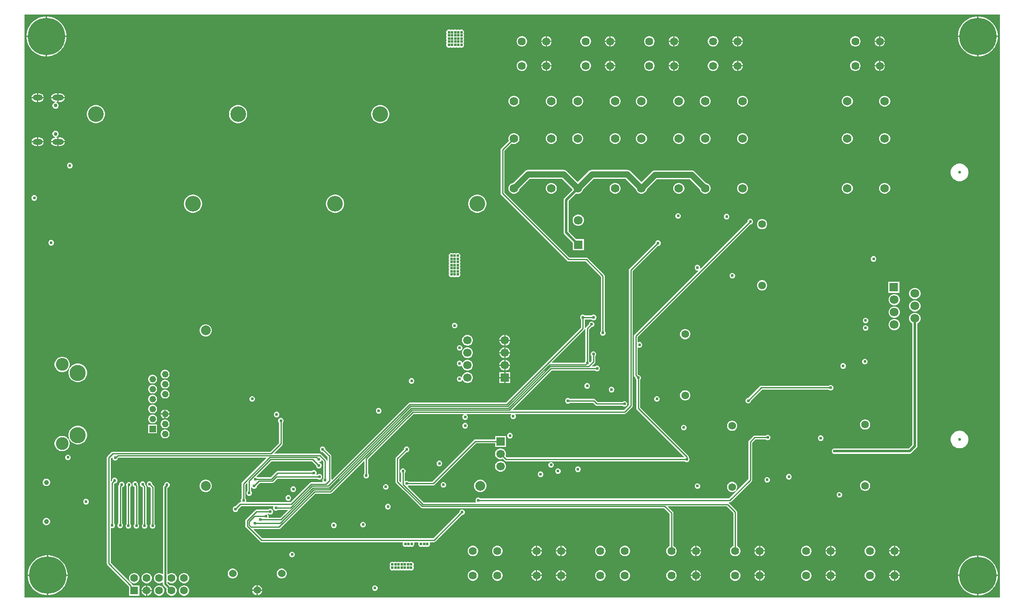
<source format=gbl>
G04*
G04 #@! TF.GenerationSoftware,Altium Limited,Altium Designer,22.1.2 (22)*
G04*
G04 Layer_Physical_Order=4*
G04 Layer_Color=16711680*
%FSLAX25Y25*%
%MOIN*%
G70*
G04*
G04 #@! TF.SameCoordinates,1A32ED5E-F4BE-4E84-8868-A45DA14C1EED*
G04*
G04*
G04 #@! TF.FilePolarity,Positive*
G04*
G01*
G75*
%ADD10C,0.01000*%
%ADD11C,0.02000*%
%ADD16C,0.01500*%
%ADD100C,0.06400*%
%ADD103C,0.06800*%
%ADD113C,0.06000*%
%ADD120C,0.02362*%
%ADD121C,0.06299*%
%ADD123C,0.05000*%
%ADD125C,0.07087*%
%ADD126R,0.07090X0.07080*%
%ADD127C,0.07874*%
%ADD128C,0.06200*%
%ADD129C,0.03937*%
%ADD130R,0.07087X0.07087*%
%ADD131C,0.07087*%
%ADD132R,0.06693X0.06693*%
%ADD133C,0.06693*%
%ADD134R,0.06693X0.06693*%
%ADD135C,0.30000*%
%ADD136C,0.04000*%
%ADD137C,0.05200*%
%ADD138C,0.12992*%
%ADD139R,0.05200X0.05200*%
%ADD140C,0.10236*%
%ADD141O,0.09055X0.04724*%
%ADD142O,0.07874X0.04724*%
%ADD143C,0.02953*%
%ADD144R,0.06299X0.06299*%
%ADD145C,0.12598*%
%ADD146C,0.02400*%
G36*
X785362Y2039D02*
X2039D01*
Y470402D01*
X785362D01*
Y2039D01*
D02*
G37*
%LPC*%
G36*
X353438Y458200D02*
X352562D01*
X351754Y457865D01*
X351750Y457861D01*
X351746Y457865D01*
X350938Y458200D01*
X350062D01*
X349254Y457865D01*
X349250Y457861D01*
X349246Y457865D01*
X348438Y458200D01*
X347562D01*
X346754Y457865D01*
X346750Y457861D01*
X346746Y457865D01*
X345938Y458200D01*
X345062D01*
X344254Y457865D01*
X344250Y457861D01*
X344246Y457865D01*
X343438Y458200D01*
X342562D01*
X341754Y457865D01*
X341135Y457246D01*
X340800Y456438D01*
Y455562D01*
X341135Y454754D01*
X341139Y454750D01*
X341135Y454746D01*
X340800Y453938D01*
Y453062D01*
X341135Y452254D01*
X341139Y452250D01*
X341135Y452246D01*
X340800Y451438D01*
Y450562D01*
X341135Y449754D01*
X341139Y449750D01*
X341135Y449746D01*
X340800Y448938D01*
Y448062D01*
X341135Y447254D01*
X341139Y447250D01*
X341135Y447246D01*
X340800Y446438D01*
Y445562D01*
X341135Y444754D01*
X341754Y444135D01*
X342562Y443800D01*
X343438D01*
X344246Y444135D01*
X344250Y444139D01*
X344254Y444135D01*
X345062Y443800D01*
X345938D01*
X346746Y444135D01*
X346750Y444139D01*
X346754Y444135D01*
X347562Y443800D01*
X348438D01*
X349246Y444135D01*
X349250Y444139D01*
X349254Y444135D01*
X350062Y443800D01*
X350938D01*
X351746Y444135D01*
X351750Y444139D01*
X351754Y444135D01*
X352562Y443800D01*
X353438D01*
X354246Y444135D01*
X354865Y444754D01*
X355200Y445562D01*
Y446438D01*
X354865Y447246D01*
X354861Y447250D01*
X354865Y447254D01*
X355200Y448062D01*
Y448938D01*
X354865Y449746D01*
X354861Y449750D01*
X354865Y449754D01*
X355200Y450562D01*
Y451438D01*
X354865Y452246D01*
X354861Y452250D01*
X354865Y452254D01*
X355200Y453062D01*
Y453938D01*
X354865Y454746D01*
X354861Y454750D01*
X354865Y454754D01*
X355200Y455562D01*
Y456438D01*
X354865Y457246D01*
X354246Y457865D01*
X353438Y458200D01*
D02*
G37*
G36*
X768976Y468756D02*
X768217D01*
Y453256D01*
X783716D01*
Y454015D01*
X783323Y456503D01*
X782544Y458898D01*
X781401Y461142D01*
X779921Y463179D01*
X778140Y464960D01*
X776102Y466440D01*
X773858Y467584D01*
X771463Y468362D01*
X768976Y468756D01*
D02*
G37*
G36*
X767216D02*
X766457D01*
X763970Y468362D01*
X761575Y467584D01*
X759331Y466440D01*
X757293Y464960D01*
X755512Y463179D01*
X754032Y461142D01*
X752889Y458898D01*
X752110Y456503D01*
X751717Y454015D01*
Y453256D01*
X767216D01*
Y468756D01*
D02*
G37*
G36*
X20944D02*
X20185D01*
Y453256D01*
X35685D01*
Y454015D01*
X35291Y456503D01*
X34513Y458898D01*
X33369Y461142D01*
X31889Y463179D01*
X30108Y464960D01*
X28071Y466440D01*
X25827Y467584D01*
X23432Y468362D01*
X20944Y468756D01*
D02*
G37*
G36*
X19185D02*
X18426D01*
X15938Y468362D01*
X13543Y467584D01*
X11299Y466440D01*
X9262Y464960D01*
X7481Y463179D01*
X6001Y461142D01*
X4857Y458898D01*
X4079Y456503D01*
X3685Y454015D01*
Y453256D01*
X19185D01*
Y468756D01*
D02*
G37*
G36*
X689529Y453019D02*
X689476D01*
Y449319D01*
X693176D01*
Y449372D01*
X692890Y450440D01*
X692337Y451398D01*
X691555Y452180D01*
X690597Y452733D01*
X689529Y453019D01*
D02*
G37*
G36*
X688476D02*
X688423D01*
X687355Y452733D01*
X686398Y452180D01*
X685615Y451398D01*
X685063Y450440D01*
X684776Y449372D01*
Y449319D01*
X688476D01*
Y453019D01*
D02*
G37*
G36*
X575356D02*
X575303D01*
Y449319D01*
X579003D01*
Y449372D01*
X578717Y450440D01*
X578164Y451398D01*
X577382Y452180D01*
X576424Y452733D01*
X575356Y453019D01*
D02*
G37*
G36*
X574303D02*
X574250D01*
X573182Y452733D01*
X572224Y452180D01*
X571442Y451398D01*
X570889Y450440D01*
X570603Y449372D01*
Y449319D01*
X574303D01*
Y453019D01*
D02*
G37*
G36*
X524175D02*
X524122D01*
Y449319D01*
X527822D01*
Y449372D01*
X527536Y450440D01*
X526983Y451398D01*
X526201Y452180D01*
X525243Y452733D01*
X524175Y453019D01*
D02*
G37*
G36*
X523122D02*
X523069D01*
X522001Y452733D01*
X521043Y452180D01*
X520261Y451398D01*
X519708Y450440D01*
X519422Y449372D01*
Y449319D01*
X523122D01*
Y453019D01*
D02*
G37*
G36*
X472994D02*
X472941D01*
Y449319D01*
X476641D01*
Y449372D01*
X476355Y450440D01*
X475802Y451398D01*
X475020Y452180D01*
X474062Y452733D01*
X472994Y453019D01*
D02*
G37*
G36*
X471941D02*
X471888D01*
X470820Y452733D01*
X469862Y452180D01*
X469080Y451398D01*
X468527Y450440D01*
X468241Y449372D01*
Y449319D01*
X471941D01*
Y453019D01*
D02*
G37*
G36*
X421813D02*
X421760D01*
Y449319D01*
X425460D01*
Y449372D01*
X425174Y450440D01*
X424621Y451398D01*
X423839Y452180D01*
X422881Y452733D01*
X421813Y453019D01*
D02*
G37*
G36*
X420760D02*
X420707D01*
X419639Y452733D01*
X418681Y452180D01*
X417899Y451398D01*
X417346Y450440D01*
X417060Y449372D01*
Y449319D01*
X420760D01*
Y453019D01*
D02*
G37*
G36*
X693176Y448319D02*
X689476D01*
Y444619D01*
X689529D01*
X690597Y444905D01*
X691555Y445458D01*
X692337Y446240D01*
X692890Y447198D01*
X693176Y448266D01*
Y448319D01*
D02*
G37*
G36*
X688476D02*
X684776D01*
Y448266D01*
X685063Y447198D01*
X685615Y446240D01*
X686398Y445458D01*
X687355Y444905D01*
X688423Y444619D01*
X688476D01*
Y448319D01*
D02*
G37*
G36*
X669844Y453019D02*
X668738D01*
X667670Y452733D01*
X666713Y452180D01*
X665931Y451398D01*
X665378Y450440D01*
X665091Y449372D01*
Y448266D01*
X665378Y447198D01*
X665931Y446240D01*
X666713Y445458D01*
X667670Y444905D01*
X668738Y444619D01*
X669844D01*
X670913Y444905D01*
X671870Y445458D01*
X672652Y446240D01*
X673205Y447198D01*
X673491Y448266D01*
Y449372D01*
X673205Y450440D01*
X672652Y451398D01*
X671870Y452180D01*
X670913Y452733D01*
X669844Y453019D01*
D02*
G37*
G36*
X579003Y448319D02*
X575303D01*
Y444619D01*
X575356D01*
X576424Y444905D01*
X577382Y445458D01*
X578164Y446240D01*
X578717Y447198D01*
X579003Y448266D01*
Y448319D01*
D02*
G37*
G36*
X574303D02*
X570603D01*
Y448266D01*
X570889Y447198D01*
X571442Y446240D01*
X572224Y445458D01*
X573182Y444905D01*
X574250Y444619D01*
X574303D01*
Y448319D01*
D02*
G37*
G36*
X555671Y453019D02*
X554565D01*
X553497Y452733D01*
X552539Y452180D01*
X551757Y451398D01*
X551204Y450440D01*
X550918Y449372D01*
Y448266D01*
X551204Y447198D01*
X551757Y446240D01*
X552539Y445458D01*
X553497Y444905D01*
X554565Y444619D01*
X555671D01*
X556739Y444905D01*
X557697Y445458D01*
X558479Y446240D01*
X559032Y447198D01*
X559318Y448266D01*
Y449372D01*
X559032Y450440D01*
X558479Y451398D01*
X557697Y452180D01*
X556739Y452733D01*
X555671Y453019D01*
D02*
G37*
G36*
X527822Y448319D02*
X524122D01*
Y444619D01*
X524175D01*
X525243Y444905D01*
X526201Y445458D01*
X526983Y446240D01*
X527536Y447198D01*
X527822Y448266D01*
Y448319D01*
D02*
G37*
G36*
X523122D02*
X519422D01*
Y448266D01*
X519708Y447198D01*
X520261Y446240D01*
X521043Y445458D01*
X522001Y444905D01*
X523069Y444619D01*
X523122D01*
Y448319D01*
D02*
G37*
G36*
X504490Y453019D02*
X503384D01*
X502316Y452733D01*
X501358Y452180D01*
X500576Y451398D01*
X500023Y450440D01*
X499737Y449372D01*
Y448266D01*
X500023Y447198D01*
X500576Y446240D01*
X501358Y445458D01*
X502316Y444905D01*
X503384Y444619D01*
X504490D01*
X505558Y444905D01*
X506516Y445458D01*
X507298Y446240D01*
X507851Y447198D01*
X508137Y448266D01*
Y449372D01*
X507851Y450440D01*
X507298Y451398D01*
X506516Y452180D01*
X505558Y452733D01*
X504490Y453019D01*
D02*
G37*
G36*
X476641Y448319D02*
X472941D01*
Y444619D01*
X472994D01*
X474062Y444905D01*
X475020Y445458D01*
X475802Y446240D01*
X476355Y447198D01*
X476641Y448266D01*
Y448319D01*
D02*
G37*
G36*
X471941D02*
X468241D01*
Y448266D01*
X468527Y447198D01*
X469080Y446240D01*
X469862Y445458D01*
X470820Y444905D01*
X471888Y444619D01*
X471941D01*
Y448319D01*
D02*
G37*
G36*
X453309Y453019D02*
X452203D01*
X451135Y452733D01*
X450177Y452180D01*
X449395Y451398D01*
X448842Y450440D01*
X448556Y449372D01*
Y448266D01*
X448842Y447198D01*
X449395Y446240D01*
X450177Y445458D01*
X451135Y444905D01*
X452203Y444619D01*
X453309D01*
X454377Y444905D01*
X455335Y445458D01*
X456117Y446240D01*
X456670Y447198D01*
X456956Y448266D01*
Y449372D01*
X456670Y450440D01*
X456117Y451398D01*
X455335Y452180D01*
X454377Y452733D01*
X453309Y453019D01*
D02*
G37*
G36*
X425460Y448319D02*
X421760D01*
Y444619D01*
X421813D01*
X422881Y444905D01*
X423839Y445458D01*
X424621Y446240D01*
X425174Y447198D01*
X425460Y448266D01*
Y448319D01*
D02*
G37*
G36*
X420760D02*
X417060D01*
Y448266D01*
X417346Y447198D01*
X417899Y446240D01*
X418681Y445458D01*
X419639Y444905D01*
X420707Y444619D01*
X420760D01*
Y448319D01*
D02*
G37*
G36*
X402128Y453019D02*
X401022D01*
X399954Y452733D01*
X398996Y452180D01*
X398214Y451398D01*
X397661Y450440D01*
X397375Y449372D01*
Y448266D01*
X397661Y447198D01*
X398214Y446240D01*
X398996Y445458D01*
X399954Y444905D01*
X401022Y444619D01*
X402128D01*
X403196Y444905D01*
X404154Y445458D01*
X404936Y446240D01*
X405489Y447198D01*
X405775Y448266D01*
Y449372D01*
X405489Y450440D01*
X404936Y451398D01*
X404154Y452180D01*
X403196Y452733D01*
X402128Y453019D01*
D02*
G37*
G36*
X783716Y452256D02*
X768217D01*
Y436756D01*
X768976D01*
X771463Y437150D01*
X773858Y437928D01*
X776102Y439072D01*
X778140Y440552D01*
X779921Y442333D01*
X781401Y444370D01*
X782544Y446614D01*
X783323Y449009D01*
X783716Y451497D01*
Y452256D01*
D02*
G37*
G36*
X767216D02*
X751717D01*
Y451497D01*
X752110Y449009D01*
X752889Y446614D01*
X754032Y444370D01*
X755512Y442333D01*
X757293Y440552D01*
X759331Y439072D01*
X761575Y437928D01*
X763970Y437150D01*
X766457Y436756D01*
X767216D01*
Y452256D01*
D02*
G37*
G36*
X35685D02*
X20185D01*
Y436756D01*
X20944D01*
X23432Y437150D01*
X25827Y437928D01*
X28071Y439072D01*
X30108Y440552D01*
X31889Y442333D01*
X33369Y444370D01*
X34513Y446614D01*
X35291Y449009D01*
X35685Y451497D01*
Y452256D01*
D02*
G37*
G36*
X19185D02*
X3685D01*
Y451497D01*
X4079Y449009D01*
X4857Y446614D01*
X6001Y444370D01*
X7481Y442333D01*
X9262Y440552D01*
X11299Y439072D01*
X13543Y437928D01*
X15938Y437150D01*
X18426Y436756D01*
X19185D01*
Y452256D01*
D02*
G37*
G36*
X689529Y433334D02*
X689476D01*
Y429634D01*
X693176D01*
Y429687D01*
X692890Y430755D01*
X692337Y431713D01*
X691555Y432495D01*
X690597Y433048D01*
X689529Y433334D01*
D02*
G37*
G36*
X688476D02*
X688423D01*
X687355Y433048D01*
X686398Y432495D01*
X685615Y431713D01*
X685063Y430755D01*
X684776Y429687D01*
Y429634D01*
X688476D01*
Y433334D01*
D02*
G37*
G36*
X575356D02*
X575303D01*
Y429634D01*
X579003D01*
Y429687D01*
X578717Y430755D01*
X578164Y431713D01*
X577382Y432495D01*
X576424Y433048D01*
X575356Y433334D01*
D02*
G37*
G36*
X574303D02*
X574250D01*
X573182Y433048D01*
X572224Y432495D01*
X571442Y431713D01*
X570889Y430755D01*
X570603Y429687D01*
Y429634D01*
X574303D01*
Y433334D01*
D02*
G37*
G36*
X524175D02*
X524122D01*
Y429634D01*
X527822D01*
Y429687D01*
X527536Y430755D01*
X526983Y431713D01*
X526201Y432495D01*
X525243Y433048D01*
X524175Y433334D01*
D02*
G37*
G36*
X523122D02*
X523069D01*
X522001Y433048D01*
X521043Y432495D01*
X520261Y431713D01*
X519708Y430755D01*
X519422Y429687D01*
Y429634D01*
X523122D01*
Y433334D01*
D02*
G37*
G36*
X472994D02*
X472941D01*
Y429634D01*
X476641D01*
Y429687D01*
X476355Y430755D01*
X475802Y431713D01*
X475020Y432495D01*
X474062Y433048D01*
X472994Y433334D01*
D02*
G37*
G36*
X471941D02*
X471888D01*
X470820Y433048D01*
X469862Y432495D01*
X469080Y431713D01*
X468527Y430755D01*
X468241Y429687D01*
Y429634D01*
X471941D01*
Y433334D01*
D02*
G37*
G36*
X421813D02*
X421760D01*
Y429634D01*
X425460D01*
Y429687D01*
X425174Y430755D01*
X424621Y431713D01*
X423839Y432495D01*
X422881Y433048D01*
X421813Y433334D01*
D02*
G37*
G36*
X420760D02*
X420707D01*
X419639Y433048D01*
X418681Y432495D01*
X417899Y431713D01*
X417346Y430755D01*
X417060Y429687D01*
Y429634D01*
X420760D01*
Y433334D01*
D02*
G37*
G36*
X693176Y428634D02*
X689476D01*
Y424934D01*
X689529D01*
X690597Y425220D01*
X691555Y425773D01*
X692337Y426555D01*
X692890Y427513D01*
X693176Y428581D01*
Y428634D01*
D02*
G37*
G36*
X688476D02*
X684776D01*
Y428581D01*
X685063Y427513D01*
X685615Y426555D01*
X686398Y425773D01*
X687355Y425220D01*
X688423Y424934D01*
X688476D01*
Y428634D01*
D02*
G37*
G36*
X669844Y433334D02*
X668738D01*
X667670Y433048D01*
X666713Y432495D01*
X665931Y431713D01*
X665378Y430755D01*
X665091Y429687D01*
Y428581D01*
X665378Y427513D01*
X665931Y426555D01*
X666713Y425773D01*
X667670Y425220D01*
X668738Y424934D01*
X669844D01*
X670913Y425220D01*
X671870Y425773D01*
X672652Y426555D01*
X673205Y427513D01*
X673491Y428581D01*
Y429687D01*
X673205Y430755D01*
X672652Y431713D01*
X671870Y432495D01*
X670913Y433048D01*
X669844Y433334D01*
D02*
G37*
G36*
X579003Y428634D02*
X575303D01*
Y424934D01*
X575356D01*
X576424Y425220D01*
X577382Y425773D01*
X578164Y426555D01*
X578717Y427513D01*
X579003Y428581D01*
Y428634D01*
D02*
G37*
G36*
X574303D02*
X570603D01*
Y428581D01*
X570889Y427513D01*
X571442Y426555D01*
X572224Y425773D01*
X573182Y425220D01*
X574250Y424934D01*
X574303D01*
Y428634D01*
D02*
G37*
G36*
X555671Y433334D02*
X554565D01*
X553497Y433048D01*
X552539Y432495D01*
X551757Y431713D01*
X551204Y430755D01*
X550918Y429687D01*
Y428581D01*
X551204Y427513D01*
X551757Y426555D01*
X552539Y425773D01*
X553497Y425220D01*
X554565Y424934D01*
X555671D01*
X556739Y425220D01*
X557697Y425773D01*
X558479Y426555D01*
X559032Y427513D01*
X559318Y428581D01*
Y429687D01*
X559032Y430755D01*
X558479Y431713D01*
X557697Y432495D01*
X556739Y433048D01*
X555671Y433334D01*
D02*
G37*
G36*
X527822Y428634D02*
X524122D01*
Y424934D01*
X524175D01*
X525243Y425220D01*
X526201Y425773D01*
X526983Y426555D01*
X527536Y427513D01*
X527822Y428581D01*
Y428634D01*
D02*
G37*
G36*
X523122D02*
X519422D01*
Y428581D01*
X519708Y427513D01*
X520261Y426555D01*
X521043Y425773D01*
X522001Y425220D01*
X523069Y424934D01*
X523122D01*
Y428634D01*
D02*
G37*
G36*
X504490Y433334D02*
X503384D01*
X502316Y433048D01*
X501358Y432495D01*
X500576Y431713D01*
X500023Y430755D01*
X499737Y429687D01*
Y428581D01*
X500023Y427513D01*
X500576Y426555D01*
X501358Y425773D01*
X502316Y425220D01*
X503384Y424934D01*
X504490D01*
X505558Y425220D01*
X506516Y425773D01*
X507298Y426555D01*
X507851Y427513D01*
X508137Y428581D01*
Y429687D01*
X507851Y430755D01*
X507298Y431713D01*
X506516Y432495D01*
X505558Y433048D01*
X504490Y433334D01*
D02*
G37*
G36*
X476641Y428634D02*
X472941D01*
Y424934D01*
X472994D01*
X474062Y425220D01*
X475020Y425773D01*
X475802Y426555D01*
X476355Y427513D01*
X476641Y428581D01*
Y428634D01*
D02*
G37*
G36*
X471941D02*
X468241D01*
Y428581D01*
X468527Y427513D01*
X469080Y426555D01*
X469862Y425773D01*
X470820Y425220D01*
X471888Y424934D01*
X471941D01*
Y428634D01*
D02*
G37*
G36*
X453309Y433334D02*
X452203D01*
X451135Y433048D01*
X450177Y432495D01*
X449395Y431713D01*
X448842Y430755D01*
X448556Y429687D01*
Y428581D01*
X448842Y427513D01*
X449395Y426555D01*
X450177Y425773D01*
X451135Y425220D01*
X452203Y424934D01*
X453309D01*
X454377Y425220D01*
X455335Y425773D01*
X456117Y426555D01*
X456670Y427513D01*
X456956Y428581D01*
Y429687D01*
X456670Y430755D01*
X456117Y431713D01*
X455335Y432495D01*
X454377Y433048D01*
X453309Y433334D01*
D02*
G37*
G36*
X425460Y428634D02*
X421760D01*
Y424934D01*
X421813D01*
X422881Y425220D01*
X423839Y425773D01*
X424621Y426555D01*
X425174Y427513D01*
X425460Y428581D01*
Y428634D01*
D02*
G37*
G36*
X420760D02*
X417060D01*
Y428581D01*
X417346Y427513D01*
X417899Y426555D01*
X418681Y425773D01*
X419639Y425220D01*
X420707Y424934D01*
X420760D01*
Y428634D01*
D02*
G37*
G36*
X402128Y433334D02*
X401022D01*
X399954Y433048D01*
X398996Y432495D01*
X398214Y431713D01*
X397661Y430755D01*
X397375Y429687D01*
Y428581D01*
X397661Y427513D01*
X398214Y426555D01*
X398996Y425773D01*
X399954Y425220D01*
X401022Y424934D01*
X402128D01*
X403196Y425220D01*
X404154Y425773D01*
X404936Y426555D01*
X405489Y427513D01*
X405775Y428581D01*
Y429687D01*
X405489Y430755D01*
X404936Y431713D01*
X404154Y432495D01*
X403196Y433048D01*
X402128Y433334D01*
D02*
G37*
G36*
X31200Y406935D02*
X29535D01*
Y404044D01*
X34525D01*
X34475Y404422D01*
X34137Y405239D01*
X33598Y405942D01*
X32895Y406481D01*
X32078Y406819D01*
X31200Y406935D01*
D02*
G37*
G36*
X28534D02*
X26869D01*
X25991Y406819D01*
X25174Y406481D01*
X24471Y405942D01*
X23932Y405239D01*
X23594Y404422D01*
X23544Y404044D01*
X28534D01*
Y406935D01*
D02*
G37*
G36*
X14271Y406934D02*
X13196D01*
Y404043D01*
X17596D01*
X17546Y404421D01*
X17208Y405239D01*
X16669Y405941D01*
X15966Y406480D01*
X15148Y406819D01*
X14271Y406934D01*
D02*
G37*
G36*
X12196D02*
X11121D01*
X10244Y406819D01*
X9426Y406480D01*
X8723Y405941D01*
X8184Y405239D01*
X7846Y404421D01*
X7796Y404043D01*
X12196D01*
Y406934D01*
D02*
G37*
G36*
X34525Y403044D02*
X29535D01*
Y400153D01*
X31200D01*
X32078Y400268D01*
X32895Y400607D01*
X33598Y401146D01*
X34137Y401848D01*
X34475Y402666D01*
X34525Y403044D01*
D02*
G37*
G36*
X17596Y403043D02*
X13196D01*
Y400152D01*
X14271D01*
X15148Y400268D01*
X15966Y400606D01*
X16669Y401145D01*
X17208Y401848D01*
X17546Y402666D01*
X17596Y403043D01*
D02*
G37*
G36*
X12196D02*
X7796D01*
X7846Y402666D01*
X8184Y401848D01*
X8723Y401145D01*
X9426Y400606D01*
X10244Y400268D01*
X11121Y400152D01*
X12196D01*
Y403043D01*
D02*
G37*
G36*
X693493Y405109D02*
X692334D01*
X691215Y404809D01*
X690212Y404229D01*
X689393Y403410D01*
X688813Y402407D01*
X688513Y401288D01*
Y400129D01*
X688813Y399010D01*
X689393Y398007D01*
X690212Y397188D01*
X691215Y396608D01*
X692334Y396309D01*
X693493D01*
X694612Y396608D01*
X695615Y397188D01*
X696434Y398007D01*
X697014Y399010D01*
X697313Y400129D01*
Y401288D01*
X697014Y402407D01*
X696434Y403410D01*
X695615Y404229D01*
X694612Y404809D01*
X693493Y405109D01*
D02*
G37*
G36*
X663493D02*
X662334D01*
X661215Y404809D01*
X660212Y404229D01*
X659392Y403410D01*
X658813Y402407D01*
X658513Y401288D01*
Y400129D01*
X658813Y399010D01*
X659392Y398007D01*
X660212Y397188D01*
X661215Y396608D01*
X662334Y396309D01*
X663493D01*
X664612Y396608D01*
X665615Y397188D01*
X666434Y398007D01*
X667014Y399010D01*
X667313Y400129D01*
Y401288D01*
X667014Y402407D01*
X666434Y403410D01*
X665615Y404229D01*
X664612Y404809D01*
X663493Y405109D01*
D02*
G37*
G36*
X579319D02*
X578161D01*
X577042Y404809D01*
X576039Y404229D01*
X575219Y403410D01*
X574640Y402407D01*
X574340Y401288D01*
Y400129D01*
X574640Y399010D01*
X575219Y398007D01*
X576039Y397188D01*
X577042Y396608D01*
X578161Y396309D01*
X579319D01*
X580439Y396608D01*
X581442Y397188D01*
X582261Y398007D01*
X582840Y399010D01*
X583140Y400129D01*
Y401288D01*
X582840Y402407D01*
X582261Y403410D01*
X581442Y404229D01*
X580439Y404809D01*
X579319Y405109D01*
D02*
G37*
G36*
X549319D02*
X548161D01*
X547042Y404809D01*
X546038Y404229D01*
X545219Y403410D01*
X544640Y402407D01*
X544340Y401288D01*
Y400129D01*
X544640Y399010D01*
X545219Y398007D01*
X546038Y397188D01*
X547042Y396608D01*
X548161Y396309D01*
X549319D01*
X550438Y396608D01*
X551442Y397188D01*
X552261Y398007D01*
X552840Y399010D01*
X553140Y400129D01*
Y401288D01*
X552840Y402407D01*
X552261Y403410D01*
X551442Y404229D01*
X550438Y404809D01*
X549319Y405109D01*
D02*
G37*
G36*
X528138D02*
X526980D01*
X525861Y404809D01*
X524857Y404229D01*
X524038Y403410D01*
X523459Y402407D01*
X523159Y401288D01*
Y400129D01*
X523459Y399010D01*
X524038Y398007D01*
X524857Y397188D01*
X525861Y396608D01*
X526980Y396309D01*
X528138D01*
X529257Y396608D01*
X530261Y397188D01*
X531080Y398007D01*
X531659Y399010D01*
X531959Y400129D01*
Y401288D01*
X531659Y402407D01*
X531080Y403410D01*
X530261Y404229D01*
X529257Y404809D01*
X528138Y405109D01*
D02*
G37*
G36*
X498138D02*
X496980D01*
X495861Y404809D01*
X494857Y404229D01*
X494038Y403410D01*
X493459Y402407D01*
X493159Y401288D01*
Y400129D01*
X493459Y399010D01*
X494038Y398007D01*
X494857Y397188D01*
X495861Y396608D01*
X496980Y396309D01*
X498138D01*
X499257Y396608D01*
X500261Y397188D01*
X501080Y398007D01*
X501659Y399010D01*
X501959Y400129D01*
Y401288D01*
X501659Y402407D01*
X501080Y403410D01*
X500261Y404229D01*
X499257Y404809D01*
X498138Y405109D01*
D02*
G37*
G36*
X476957D02*
X475799D01*
X474680Y404809D01*
X473676Y404229D01*
X472857Y403410D01*
X472278Y402407D01*
X471978Y401288D01*
Y400129D01*
X472278Y399010D01*
X472857Y398007D01*
X473676Y397188D01*
X474680Y396608D01*
X475799Y396309D01*
X476957D01*
X478076Y396608D01*
X479080Y397188D01*
X479899Y398007D01*
X480478Y399010D01*
X480778Y400129D01*
Y401288D01*
X480478Y402407D01*
X479899Y403410D01*
X479080Y404229D01*
X478076Y404809D01*
X476957Y405109D01*
D02*
G37*
G36*
X446957D02*
X445799D01*
X444680Y404809D01*
X443676Y404229D01*
X442857Y403410D01*
X442278Y402407D01*
X441978Y401288D01*
Y400129D01*
X442278Y399010D01*
X442857Y398007D01*
X443676Y397188D01*
X444680Y396608D01*
X445799Y396309D01*
X446957D01*
X448076Y396608D01*
X449080Y397188D01*
X449899Y398007D01*
X450478Y399010D01*
X450778Y400129D01*
Y401288D01*
X450478Y402407D01*
X449899Y403410D01*
X449080Y404229D01*
X448076Y404809D01*
X446957Y405109D01*
D02*
G37*
G36*
X425776D02*
X424618D01*
X423498Y404809D01*
X422495Y404229D01*
X421676Y403410D01*
X421097Y402407D01*
X420797Y401288D01*
Y400129D01*
X421097Y399010D01*
X421676Y398007D01*
X422495Y397188D01*
X423498Y396608D01*
X424618Y396309D01*
X425776D01*
X426895Y396608D01*
X427899Y397188D01*
X428718Y398007D01*
X429297Y399010D01*
X429597Y400129D01*
Y401288D01*
X429297Y402407D01*
X428718Y403410D01*
X427899Y404229D01*
X426895Y404809D01*
X425776Y405109D01*
D02*
G37*
G36*
X395776D02*
X394618D01*
X393498Y404809D01*
X392495Y404229D01*
X391676Y403410D01*
X391097Y402407D01*
X390797Y401288D01*
Y400129D01*
X391097Y399010D01*
X391676Y398007D01*
X392495Y397188D01*
X393498Y396608D01*
X394618Y396309D01*
X395776D01*
X396895Y396608D01*
X397899Y397188D01*
X398718Y398007D01*
X399297Y399010D01*
X399597Y400129D01*
Y401288D01*
X399297Y402407D01*
X398718Y403410D01*
X397899Y404229D01*
X396895Y404809D01*
X395776Y405109D01*
D02*
G37*
G36*
X28534Y403044D02*
X23544D01*
X23594Y402666D01*
X23932Y401848D01*
X24471Y401146D01*
X25174Y400607D01*
X25991Y400268D01*
X26656Y400181D01*
X26623Y399681D01*
X26574D01*
X25664Y399304D01*
X24967Y398607D01*
X24590Y397697D01*
Y396712D01*
X24967Y395801D01*
X25664Y395105D01*
X26574Y394728D01*
X27559D01*
X28469Y395105D01*
X29166Y395801D01*
X29543Y396712D01*
Y397697D01*
X29166Y398607D01*
X28469Y399304D01*
X27559Y399681D01*
X27627Y400153D01*
X28534D01*
Y403044D01*
D02*
G37*
G36*
X288514Y397654D02*
X287076D01*
X285666Y397373D01*
X284338Y396823D01*
X283142Y396024D01*
X282126Y395007D01*
X281327Y393812D01*
X280777Y392483D01*
X280496Y391073D01*
Y389635D01*
X280777Y388225D01*
X281327Y386897D01*
X282126Y385701D01*
X283142Y384685D01*
X284338Y383886D01*
X285666Y383336D01*
X287076Y383055D01*
X288514D01*
X289924Y383336D01*
X291253Y383886D01*
X292448Y384685D01*
X293465Y385701D01*
X294264Y386897D01*
X294814Y388225D01*
X295094Y389635D01*
Y391073D01*
X294814Y392483D01*
X294264Y393812D01*
X293465Y395007D01*
X292448Y396024D01*
X291253Y396823D01*
X289924Y397373D01*
X288514Y397654D01*
D02*
G37*
G36*
X174341D02*
X172903D01*
X171493Y397373D01*
X170165Y396823D01*
X168969Y396024D01*
X167952Y395007D01*
X167154Y393812D01*
X166603Y392483D01*
X166323Y391073D01*
Y389635D01*
X166603Y388225D01*
X167154Y386897D01*
X167952Y385701D01*
X168969Y384685D01*
X170165Y383886D01*
X171493Y383336D01*
X172903Y383055D01*
X174341D01*
X175751Y383336D01*
X177079Y383886D01*
X178275Y384685D01*
X179292Y385701D01*
X180090Y386897D01*
X180641Y388225D01*
X180921Y389635D01*
Y391073D01*
X180641Y392483D01*
X180090Y393812D01*
X179292Y395007D01*
X178275Y396024D01*
X177079Y396823D01*
X175751Y397373D01*
X174341Y397654D01*
D02*
G37*
G36*
X60168D02*
X58730D01*
X57320Y397373D01*
X55991Y396823D01*
X54796Y396024D01*
X53779Y395007D01*
X52980Y393812D01*
X52430Y392483D01*
X52150Y391073D01*
Y389635D01*
X52430Y388225D01*
X52980Y386897D01*
X53779Y385701D01*
X54796Y384685D01*
X55991Y383886D01*
X57320Y383336D01*
X58730Y383055D01*
X60168D01*
X61578Y383336D01*
X62906Y383886D01*
X64102Y384685D01*
X65118Y385701D01*
X65917Y386897D01*
X66467Y388225D01*
X66748Y389635D01*
Y391073D01*
X66467Y392483D01*
X65917Y393812D01*
X65118Y395007D01*
X64102Y396024D01*
X62906Y396823D01*
X61578Y397373D01*
X60168Y397654D01*
D02*
G37*
G36*
X31200Y371502D02*
X29535D01*
Y368611D01*
X34525D01*
X34476Y368988D01*
X34137Y369806D01*
X33598Y370509D01*
X32896Y371047D01*
X32078Y371386D01*
X31200Y371502D01*
D02*
G37*
G36*
X27559Y376925D02*
X26574D01*
X25664Y376548D01*
X24967Y375851D01*
X24590Y374941D01*
Y373956D01*
X24967Y373045D01*
X25664Y372349D01*
X26574Y371972D01*
X26609D01*
X26642Y371472D01*
X25992Y371386D01*
X25174Y371047D01*
X24471Y370509D01*
X23933Y369806D01*
X23594Y368988D01*
X23544Y368611D01*
X28535D01*
Y371502D01*
X27631D01*
X27559Y371972D01*
X28469Y372349D01*
X29166Y373045D01*
X29543Y373956D01*
Y374941D01*
X29166Y375851D01*
X28469Y376548D01*
X27559Y376925D01*
D02*
G37*
G36*
X14271Y371501D02*
X13196D01*
Y368610D01*
X17596D01*
X17547Y368988D01*
X17208Y369806D01*
X16669Y370508D01*
X15967Y371047D01*
X15149Y371386D01*
X14271Y371501D01*
D02*
G37*
G36*
X12196D02*
X11121D01*
X10244Y371386D01*
X9426Y371047D01*
X8723Y370508D01*
X8185Y369806D01*
X7846Y368988D01*
X7796Y368610D01*
X12196D01*
Y371501D01*
D02*
G37*
G36*
X693493Y375109D02*
X692334D01*
X691215Y374809D01*
X690212Y374230D01*
X689393Y373410D01*
X688813Y372407D01*
X688513Y371288D01*
Y370129D01*
X688813Y369010D01*
X689393Y368007D01*
X690212Y367188D01*
X691215Y366609D01*
X692334Y366309D01*
X693493D01*
X694612Y366609D01*
X695615Y367188D01*
X696434Y368007D01*
X697014Y369010D01*
X697313Y370129D01*
Y371288D01*
X697014Y372407D01*
X696434Y373410D01*
X695615Y374230D01*
X694612Y374809D01*
X693493Y375109D01*
D02*
G37*
G36*
X663493D02*
X662334D01*
X661215Y374809D01*
X660212Y374230D01*
X659392Y373410D01*
X658813Y372407D01*
X658513Y371288D01*
Y370129D01*
X658813Y369010D01*
X659392Y368007D01*
X660212Y367188D01*
X661215Y366609D01*
X662334Y366309D01*
X663493D01*
X664612Y366609D01*
X665615Y367188D01*
X666434Y368007D01*
X667014Y369010D01*
X667313Y370129D01*
Y371288D01*
X667014Y372407D01*
X666434Y373410D01*
X665615Y374230D01*
X664612Y374809D01*
X663493Y375109D01*
D02*
G37*
G36*
X579319D02*
X578161D01*
X577042Y374809D01*
X576039Y374230D01*
X575219Y373410D01*
X574640Y372407D01*
X574340Y371288D01*
Y370129D01*
X574640Y369010D01*
X575219Y368007D01*
X576039Y367188D01*
X577042Y366609D01*
X578161Y366309D01*
X579319D01*
X580439Y366609D01*
X581442Y367188D01*
X582261Y368007D01*
X582840Y369010D01*
X583140Y370129D01*
Y371288D01*
X582840Y372407D01*
X582261Y373410D01*
X581442Y374230D01*
X580439Y374809D01*
X579319Y375109D01*
D02*
G37*
G36*
X549319D02*
X548161D01*
X547042Y374809D01*
X546038Y374230D01*
X545219Y373410D01*
X544640Y372407D01*
X544340Y371288D01*
Y370129D01*
X544640Y369010D01*
X545219Y368007D01*
X546038Y367188D01*
X547042Y366609D01*
X548161Y366309D01*
X549319D01*
X550438Y366609D01*
X551442Y367188D01*
X552261Y368007D01*
X552840Y369010D01*
X553140Y370129D01*
Y371288D01*
X552840Y372407D01*
X552261Y373410D01*
X551442Y374230D01*
X550438Y374809D01*
X549319Y375109D01*
D02*
G37*
G36*
X528138D02*
X526980D01*
X525861Y374809D01*
X524857Y374230D01*
X524038Y373410D01*
X523459Y372407D01*
X523159Y371288D01*
Y370129D01*
X523459Y369010D01*
X524038Y368007D01*
X524857Y367188D01*
X525861Y366609D01*
X526980Y366309D01*
X528138D01*
X529257Y366609D01*
X530261Y367188D01*
X531080Y368007D01*
X531659Y369010D01*
X531959Y370129D01*
Y371288D01*
X531659Y372407D01*
X531080Y373410D01*
X530261Y374230D01*
X529257Y374809D01*
X528138Y375109D01*
D02*
G37*
G36*
X498138D02*
X496980D01*
X495861Y374809D01*
X494857Y374230D01*
X494038Y373410D01*
X493459Y372407D01*
X493159Y371288D01*
Y370129D01*
X493459Y369010D01*
X494038Y368007D01*
X494857Y367188D01*
X495861Y366609D01*
X496980Y366309D01*
X498138D01*
X499257Y366609D01*
X500261Y367188D01*
X501080Y368007D01*
X501659Y369010D01*
X501959Y370129D01*
Y371288D01*
X501659Y372407D01*
X501080Y373410D01*
X500261Y374230D01*
X499257Y374809D01*
X498138Y375109D01*
D02*
G37*
G36*
X476957D02*
X475799D01*
X474680Y374809D01*
X473676Y374230D01*
X472857Y373410D01*
X472278Y372407D01*
X471978Y371288D01*
Y370129D01*
X472278Y369010D01*
X472857Y368007D01*
X473676Y367188D01*
X474680Y366609D01*
X475799Y366309D01*
X476957D01*
X478076Y366609D01*
X479080Y367188D01*
X479899Y368007D01*
X480478Y369010D01*
X480778Y370129D01*
Y371288D01*
X480478Y372407D01*
X479899Y373410D01*
X479080Y374230D01*
X478076Y374809D01*
X476957Y375109D01*
D02*
G37*
G36*
X446957D02*
X445799D01*
X444680Y374809D01*
X443676Y374230D01*
X442857Y373410D01*
X442278Y372407D01*
X441978Y371288D01*
Y370129D01*
X442278Y369010D01*
X442857Y368007D01*
X443676Y367188D01*
X444680Y366609D01*
X445799Y366309D01*
X446957D01*
X448076Y366609D01*
X449080Y367188D01*
X449899Y368007D01*
X450478Y369010D01*
X450778Y370129D01*
Y371288D01*
X450478Y372407D01*
X449899Y373410D01*
X449080Y374230D01*
X448076Y374809D01*
X446957Y375109D01*
D02*
G37*
G36*
X425776D02*
X424618D01*
X423498Y374809D01*
X422495Y374230D01*
X421676Y373410D01*
X421097Y372407D01*
X420797Y371288D01*
Y370129D01*
X421097Y369010D01*
X421676Y368007D01*
X422495Y367188D01*
X423498Y366609D01*
X424618Y366309D01*
X425776D01*
X426895Y366609D01*
X427899Y367188D01*
X428718Y368007D01*
X429297Y369010D01*
X429597Y370129D01*
Y371288D01*
X429297Y372407D01*
X428718Y373410D01*
X427899Y374230D01*
X426895Y374809D01*
X425776Y375109D01*
D02*
G37*
G36*
X395776D02*
X394618D01*
X393498Y374809D01*
X392495Y374230D01*
X391676Y373410D01*
X391097Y372407D01*
X390797Y371288D01*
Y370129D01*
X391097Y369010D01*
X391184Y368859D01*
X384919Y362593D01*
X384587Y362097D01*
X384471Y361512D01*
Y326600D01*
X384587Y326015D01*
X384919Y325519D01*
X438019Y272419D01*
X438515Y272087D01*
X439100Y271971D01*
X452709D01*
X464971Y259710D01*
Y216082D01*
X464635Y215746D01*
X464300Y214938D01*
Y214062D01*
X464635Y213254D01*
X465254Y212635D01*
X466062Y212300D01*
X466938D01*
X467746Y212635D01*
X468365Y213254D01*
X468700Y214062D01*
Y214938D01*
X468365Y215746D01*
X468029Y216082D01*
Y260343D01*
X467913Y260928D01*
X467581Y261424D01*
X454424Y274581D01*
X453928Y274913D01*
X453343Y275029D01*
X439734D01*
X387529Y327234D01*
Y360878D01*
X393347Y366696D01*
X393498Y366609D01*
X394618Y366309D01*
X395776D01*
X396895Y366609D01*
X397899Y367188D01*
X398718Y368007D01*
X399297Y369010D01*
X399597Y370129D01*
Y371288D01*
X399297Y372407D01*
X398718Y373410D01*
X397899Y374230D01*
X396895Y374809D01*
X395776Y375109D01*
D02*
G37*
G36*
X34525Y367611D02*
X29535D01*
Y364719D01*
X31200D01*
X32078Y364835D01*
X32896Y365174D01*
X33598Y365713D01*
X34137Y366415D01*
X34476Y367233D01*
X34525Y367611D01*
D02*
G37*
G36*
X28535D02*
X23544D01*
X23594Y367233D01*
X23933Y366415D01*
X24471Y365713D01*
X25174Y365174D01*
X25992Y364835D01*
X26869Y364719D01*
X28535D01*
Y367611D01*
D02*
G37*
G36*
X17596Y367610D02*
X13196D01*
Y364719D01*
X14271D01*
X15149Y364834D01*
X15967Y365173D01*
X16669Y365712D01*
X17208Y366414D01*
X17547Y367232D01*
X17596Y367610D01*
D02*
G37*
G36*
X12196D02*
X7796D01*
X7846Y367232D01*
X8185Y366414D01*
X8723Y365712D01*
X9426Y365173D01*
X10244Y364834D01*
X11121Y364719D01*
X12196D01*
Y367610D01*
D02*
G37*
G36*
X38938Y351200D02*
X38062D01*
X37254Y350865D01*
X36635Y350246D01*
X36300Y349438D01*
Y348562D01*
X36635Y347754D01*
X37254Y347135D01*
X38062Y346800D01*
X38938D01*
X39746Y347135D01*
X40365Y347754D01*
X40700Y348562D01*
Y349438D01*
X40365Y350246D01*
X39746Y350865D01*
X38938Y351200D01*
D02*
G37*
G36*
X753696Y350606D02*
X752297D01*
X750924Y350333D01*
X749632Y349798D01*
X748469Y349021D01*
X747479Y348031D01*
X746702Y346868D01*
X746167Y345576D01*
X745894Y344203D01*
Y342804D01*
X746167Y341432D01*
X746702Y340140D01*
X747479Y338976D01*
X748469Y337987D01*
X749632Y337210D01*
X750924Y336674D01*
X752297Y336402D01*
X753696D01*
X755068Y336674D01*
X756360Y337210D01*
X757524Y337987D01*
X758513Y338976D01*
X759290Y340140D01*
X759826Y341432D01*
X760098Y342804D01*
Y344203D01*
X759826Y345576D01*
X759290Y346868D01*
X758513Y348031D01*
X757524Y349021D01*
X756360Y349798D01*
X755068Y350333D01*
X753696Y350606D01*
D02*
G37*
G36*
X457669Y345530D02*
X456756Y345410D01*
X455904Y345057D01*
X455173Y344496D01*
X446378Y335701D01*
X437583Y344496D01*
X436852Y345057D01*
X436000Y345410D01*
X435087Y345530D01*
X406488D01*
X406488Y345530D01*
X405575Y345410D01*
X404723Y345057D01*
X403992Y344496D01*
X394600Y335104D01*
X393498Y334809D01*
X392495Y334229D01*
X391676Y333410D01*
X391097Y332407D01*
X390797Y331288D01*
Y330129D01*
X391097Y329010D01*
X391676Y328007D01*
X392495Y327188D01*
X393498Y326608D01*
X394618Y326309D01*
X395776D01*
X396895Y326608D01*
X397899Y327188D01*
X398718Y328007D01*
X399297Y329010D01*
X399592Y330111D01*
X407950Y338470D01*
X433624D01*
X441983Y330111D01*
X442176Y329391D01*
X435558Y322773D01*
X435116Y322111D01*
X434961Y321331D01*
Y295284D01*
X435116Y294503D01*
X435558Y293842D01*
X442307Y287092D01*
Y280890D01*
X451394D01*
Y289976D01*
X445191D01*
X439039Y296128D01*
Y320486D01*
X445060Y326507D01*
X445799Y326309D01*
X446957D01*
X448076Y326608D01*
X449080Y327188D01*
X449899Y328007D01*
X450478Y329010D01*
X450773Y330111D01*
X459131Y338470D01*
X484805D01*
X493164Y330111D01*
X493459Y329010D01*
X494038Y328007D01*
X494857Y327188D01*
X495861Y326608D01*
X496980Y326309D01*
X498138D01*
X499257Y326608D01*
X500261Y327188D01*
X501080Y328007D01*
X501659Y329010D01*
X501954Y330111D01*
X509813Y337970D01*
X536487D01*
X544345Y330111D01*
X544640Y329010D01*
X545219Y328007D01*
X546038Y327188D01*
X547042Y326608D01*
X548161Y326309D01*
X549319D01*
X550438Y326608D01*
X551442Y327188D01*
X552261Y328007D01*
X552840Y329010D01*
X553140Y330129D01*
Y331288D01*
X552840Y332407D01*
X552261Y333410D01*
X551442Y334229D01*
X550438Y334809D01*
X549337Y335104D01*
X540445Y343996D01*
X539714Y344557D01*
X538863Y344910D01*
X537949Y345030D01*
X508350D01*
X507437Y344910D01*
X506585Y344557D01*
X505854Y343996D01*
X497559Y335701D01*
X488764Y344496D01*
X488033Y345057D01*
X487181Y345410D01*
X486268Y345530D01*
X457669D01*
X457669Y345530D01*
D02*
G37*
G36*
X693493Y335109D02*
X692334D01*
X691215Y334809D01*
X690212Y334229D01*
X689393Y333410D01*
X688813Y332407D01*
X688513Y331288D01*
Y330129D01*
X688813Y329010D01*
X689393Y328007D01*
X690212Y327188D01*
X691215Y326608D01*
X692334Y326309D01*
X693493D01*
X694612Y326608D01*
X695615Y327188D01*
X696434Y328007D01*
X697014Y329010D01*
X697313Y330129D01*
Y331288D01*
X697014Y332407D01*
X696434Y333410D01*
X695615Y334229D01*
X694612Y334809D01*
X693493Y335109D01*
D02*
G37*
G36*
X663493D02*
X662334D01*
X661215Y334809D01*
X660212Y334229D01*
X659392Y333410D01*
X658813Y332407D01*
X658513Y331288D01*
Y330129D01*
X658813Y329010D01*
X659392Y328007D01*
X660212Y327188D01*
X661215Y326608D01*
X662334Y326309D01*
X663493D01*
X664612Y326608D01*
X665615Y327188D01*
X666434Y328007D01*
X667014Y329010D01*
X667313Y330129D01*
Y331288D01*
X667014Y332407D01*
X666434Y333410D01*
X665615Y334229D01*
X664612Y334809D01*
X663493Y335109D01*
D02*
G37*
G36*
X579319D02*
X578161D01*
X577042Y334809D01*
X576039Y334229D01*
X575219Y333410D01*
X574640Y332407D01*
X574340Y331288D01*
Y330129D01*
X574640Y329010D01*
X575219Y328007D01*
X576039Y327188D01*
X577042Y326608D01*
X578161Y326309D01*
X579319D01*
X580439Y326608D01*
X581442Y327188D01*
X582261Y328007D01*
X582840Y329010D01*
X583140Y330129D01*
Y331288D01*
X582840Y332407D01*
X582261Y333410D01*
X581442Y334229D01*
X580439Y334809D01*
X579319Y335109D01*
D02*
G37*
G36*
X528138D02*
X526980D01*
X525861Y334809D01*
X524857Y334229D01*
X524038Y333410D01*
X523459Y332407D01*
X523159Y331288D01*
Y330129D01*
X523459Y329010D01*
X524038Y328007D01*
X524857Y327188D01*
X525861Y326608D01*
X526980Y326309D01*
X528138D01*
X529257Y326608D01*
X530261Y327188D01*
X531080Y328007D01*
X531659Y329010D01*
X531959Y330129D01*
Y331288D01*
X531659Y332407D01*
X531080Y333410D01*
X530261Y334229D01*
X529257Y334809D01*
X528138Y335109D01*
D02*
G37*
G36*
X476957D02*
X475799D01*
X474680Y334809D01*
X473676Y334229D01*
X472857Y333410D01*
X472278Y332407D01*
X471978Y331288D01*
Y330129D01*
X472278Y329010D01*
X472857Y328007D01*
X473676Y327188D01*
X474680Y326608D01*
X475799Y326309D01*
X476957D01*
X478076Y326608D01*
X479080Y327188D01*
X479899Y328007D01*
X480478Y329010D01*
X480778Y330129D01*
Y331288D01*
X480478Y332407D01*
X479899Y333410D01*
X479080Y334229D01*
X478076Y334809D01*
X476957Y335109D01*
D02*
G37*
G36*
X425776D02*
X424618D01*
X423498Y334809D01*
X422495Y334229D01*
X421676Y333410D01*
X421097Y332407D01*
X420797Y331288D01*
Y330129D01*
X421097Y329010D01*
X421676Y328007D01*
X422495Y327188D01*
X423498Y326608D01*
X424618Y326309D01*
X425776D01*
X426895Y326608D01*
X427899Y327188D01*
X428718Y328007D01*
X429297Y329010D01*
X429597Y330129D01*
Y331288D01*
X429297Y332407D01*
X428718Y333410D01*
X427899Y334229D01*
X426895Y334809D01*
X425776Y335109D01*
D02*
G37*
G36*
X10438Y325200D02*
X9562D01*
X8754Y324865D01*
X8135Y324246D01*
X7800Y323438D01*
Y322562D01*
X8135Y321754D01*
X8754Y321135D01*
X9562Y320800D01*
X10438D01*
X11246Y321135D01*
X11865Y321754D01*
X12200Y322562D01*
Y323438D01*
X11865Y324246D01*
X11246Y324865D01*
X10438Y325200D01*
D02*
G37*
G36*
X366467Y325606D02*
X365029D01*
X363619Y325326D01*
X362291Y324776D01*
X361095Y323977D01*
X360078Y322960D01*
X359280Y321765D01*
X358729Y320436D01*
X358449Y319026D01*
Y317588D01*
X358729Y316178D01*
X359280Y314850D01*
X360078Y313654D01*
X361095Y312637D01*
X362291Y311839D01*
X363619Y311288D01*
X365029Y311008D01*
X366467D01*
X367877Y311288D01*
X369205Y311839D01*
X370401Y312637D01*
X371418Y313654D01*
X372217Y314850D01*
X372767Y316178D01*
X373047Y317588D01*
Y319026D01*
X372767Y320436D01*
X372217Y321765D01*
X371418Y322960D01*
X370401Y323977D01*
X369205Y324776D01*
X367877Y325326D01*
X366467Y325606D01*
D02*
G37*
G36*
X252294D02*
X250856D01*
X249446Y325326D01*
X248117Y324776D01*
X246922Y323977D01*
X245905Y322960D01*
X245106Y321765D01*
X244556Y320436D01*
X244276Y319026D01*
Y317588D01*
X244556Y316178D01*
X245106Y314850D01*
X245905Y313654D01*
X246922Y312637D01*
X248117Y311839D01*
X249446Y311288D01*
X250856Y311008D01*
X252294D01*
X253704Y311288D01*
X255032Y311839D01*
X256228Y312637D01*
X257244Y313654D01*
X258043Y314850D01*
X258594Y316178D01*
X258874Y317588D01*
Y319026D01*
X258594Y320436D01*
X258043Y321765D01*
X257244Y322960D01*
X256228Y323977D01*
X255032Y324776D01*
X253704Y325326D01*
X252294Y325606D01*
D02*
G37*
G36*
X138120D02*
X136683D01*
X135273Y325326D01*
X133944Y324776D01*
X132749Y323977D01*
X131732Y322960D01*
X130933Y321765D01*
X130383Y320436D01*
X130102Y319026D01*
Y317588D01*
X130383Y316178D01*
X130933Y314850D01*
X131732Y313654D01*
X132749Y312637D01*
X133944Y311839D01*
X135273Y311288D01*
X136683Y311008D01*
X138120D01*
X139531Y311288D01*
X140859Y311839D01*
X142055Y312637D01*
X143071Y313654D01*
X143870Y314850D01*
X144420Y316178D01*
X144701Y317588D01*
Y319026D01*
X144420Y320436D01*
X143870Y321765D01*
X143071Y322960D01*
X142055Y323977D01*
X140859Y324776D01*
X139531Y325326D01*
X138120Y325606D01*
D02*
G37*
G36*
X527438Y310700D02*
X526562D01*
X525754Y310365D01*
X525135Y309746D01*
X524800Y308938D01*
Y308062D01*
X525135Y307254D01*
X525754Y306635D01*
X526562Y306300D01*
X527438D01*
X528246Y306635D01*
X528865Y307254D01*
X529200Y308062D01*
Y308938D01*
X528865Y309746D01*
X528246Y310365D01*
X527438Y310700D01*
D02*
G37*
G36*
X566438Y310200D02*
X565562D01*
X564754Y309865D01*
X564135Y309246D01*
X563800Y308438D01*
Y307562D01*
X564135Y306754D01*
X564754Y306135D01*
X565562Y305800D01*
X566438D01*
X567246Y306135D01*
X567865Y306754D01*
X568200Y307562D01*
Y308438D01*
X567865Y309246D01*
X567246Y309865D01*
X566438Y310200D01*
D02*
G37*
G36*
X447448Y309661D02*
X446252D01*
X445097Y309352D01*
X444061Y308754D01*
X443215Y307908D01*
X442617Y306872D01*
X442307Y305716D01*
Y304520D01*
X442617Y303364D01*
X443215Y302328D01*
X444061Y301483D01*
X445097Y300884D01*
X446252Y300575D01*
X447448D01*
X448604Y300884D01*
X449640Y301483D01*
X450486Y302328D01*
X451084Y303364D01*
X451394Y304520D01*
Y305716D01*
X451084Y306872D01*
X450486Y307908D01*
X449640Y308754D01*
X448604Y309352D01*
X447448Y309661D01*
D02*
G37*
G36*
X595000Y306045D02*
X593921D01*
X592878Y305766D01*
X591943Y305226D01*
X591180Y304462D01*
X590640Y303527D01*
X590361Y302485D01*
Y301405D01*
X590640Y300362D01*
X591180Y299427D01*
X591943Y298664D01*
X592878Y298124D01*
X593921Y297845D01*
X595000D01*
X596043Y298124D01*
X596978Y298664D01*
X597741Y299427D01*
X598281Y300362D01*
X598561Y301405D01*
Y302485D01*
X598281Y303527D01*
X597741Y304462D01*
X596978Y305226D01*
X596043Y305766D01*
X595000Y306045D01*
D02*
G37*
G36*
X23938Y289200D02*
X23062D01*
X22254Y288865D01*
X21635Y288246D01*
X21300Y287438D01*
Y286562D01*
X21635Y285754D01*
X22254Y285135D01*
X23062Y284800D01*
X23938D01*
X24746Y285135D01*
X25365Y285754D01*
X25700Y286562D01*
Y287438D01*
X25365Y288246D01*
X24746Y288865D01*
X23938Y289200D01*
D02*
G37*
G36*
X350438Y278700D02*
X349562D01*
X348754Y278365D01*
X348750Y278361D01*
X348746Y278365D01*
X347938Y278700D01*
X347062D01*
X346254Y278365D01*
X346250Y278361D01*
X346246Y278365D01*
X345438Y278700D01*
X344562D01*
X343754Y278365D01*
X343135Y277746D01*
X342800Y276938D01*
Y276062D01*
X343135Y275254D01*
X343139Y275250D01*
X343135Y275246D01*
X342800Y274438D01*
Y273562D01*
X343135Y272754D01*
X343139Y272750D01*
X343135Y272746D01*
X342800Y271938D01*
Y271062D01*
X343135Y270254D01*
X343139Y270250D01*
X343135Y270246D01*
X342800Y269438D01*
Y268562D01*
X343135Y267754D01*
X343139Y267750D01*
X343135Y267746D01*
X342800Y266938D01*
Y266062D01*
X343135Y265254D01*
X343139Y265250D01*
X343135Y265246D01*
X342800Y264438D01*
Y263562D01*
X343135Y262754D01*
X343139Y262750D01*
X343135Y262746D01*
X342800Y261938D01*
Y261062D01*
X343135Y260254D01*
X343754Y259635D01*
X344562Y259300D01*
X345438D01*
X346246Y259635D01*
X346250Y259639D01*
X346254Y259635D01*
X347062Y259300D01*
X347938D01*
X348746Y259635D01*
X348750Y259639D01*
X348754Y259635D01*
X349562Y259300D01*
X350438D01*
X351246Y259635D01*
X351865Y260254D01*
X352200Y261062D01*
Y261938D01*
X351865Y262746D01*
X351861Y262750D01*
X351865Y262754D01*
X352200Y263562D01*
Y264438D01*
X351865Y265246D01*
X351861Y265250D01*
X351865Y265254D01*
X352200Y266062D01*
Y266938D01*
X351865Y267746D01*
X351861Y267750D01*
X351865Y267754D01*
X352200Y268562D01*
Y269438D01*
X351865Y270246D01*
X351861Y270250D01*
X351865Y270254D01*
X352200Y271062D01*
Y271938D01*
X351865Y272746D01*
X351861Y272750D01*
X351865Y272754D01*
X352200Y273562D01*
Y274438D01*
X351865Y275246D01*
X351861Y275250D01*
X351865Y275254D01*
X352200Y276062D01*
Y276938D01*
X351865Y277746D01*
X351246Y278365D01*
X350438Y278700D01*
D02*
G37*
G36*
X684438Y276200D02*
X683562D01*
X682754Y275865D01*
X682135Y275246D01*
X681800Y274438D01*
Y273562D01*
X682135Y272754D01*
X682754Y272135D01*
X683562Y271800D01*
X684438D01*
X685246Y272135D01*
X685865Y272754D01*
X686200Y273562D01*
Y274438D01*
X685865Y275246D01*
X685246Y275865D01*
X684438Y276200D01*
D02*
G37*
G36*
X585438Y306200D02*
X584562D01*
X583754Y305865D01*
X583135Y305246D01*
X582800Y304438D01*
Y303963D01*
X545129Y266292D01*
X544722Y266548D01*
X544700Y266570D01*
Y267438D01*
X544365Y268246D01*
X543746Y268865D01*
X542938Y269200D01*
X542062D01*
X541254Y268865D01*
X540635Y268246D01*
X540300Y267438D01*
Y266562D01*
X540635Y265754D01*
X541254Y265135D01*
X542062Y264800D01*
X542930D01*
X542952Y264778D01*
X543208Y264371D01*
X491919Y213081D01*
X491587Y212585D01*
X491471Y212000D01*
Y180500D01*
X491587Y179915D01*
X491919Y179419D01*
X492800Y178537D01*
Y178062D01*
X493135Y177254D01*
X493471Y176918D01*
Y154000D01*
X493587Y153415D01*
X493919Y152919D01*
X531846Y114991D01*
X531654Y114529D01*
X389397D01*
X388300Y115626D01*
X388377Y115759D01*
X388673Y116865D01*
Y118009D01*
X388377Y119115D01*
X387805Y120106D01*
X386996Y120915D01*
X386004Y121487D01*
X384899Y121783D01*
X383755D01*
X382649Y121487D01*
X381658Y120915D01*
X380849Y120106D01*
X380276Y119115D01*
X379980Y118009D01*
Y116865D01*
X380276Y115759D01*
X380849Y114768D01*
X381658Y113959D01*
X382649Y113387D01*
X383755Y113091D01*
X384899D01*
X386004Y113387D01*
X386137Y113463D01*
X387682Y111919D01*
X388178Y111587D01*
X388764Y111471D01*
X532418D01*
X532754Y111135D01*
X533562Y110800D01*
X534438D01*
X535246Y111135D01*
X535865Y111754D01*
X536200Y112562D01*
Y113438D01*
X535865Y114246D01*
X535529Y114582D01*
Y115000D01*
X535413Y115585D01*
X535081Y116081D01*
X496529Y154633D01*
Y176918D01*
X496865Y177254D01*
X497200Y178062D01*
Y178938D01*
X496865Y179746D01*
X496246Y180365D01*
X495438Y180700D01*
X494963D01*
X494529Y181133D01*
Y202706D01*
X495029Y203021D01*
X495562Y202800D01*
X496438D01*
X497246Y203135D01*
X497865Y203754D01*
X498200Y204562D01*
Y205438D01*
X497865Y206246D01*
X497246Y206865D01*
X496438Y207200D01*
X495562D01*
X495029Y206979D01*
X494529Y207294D01*
Y211367D01*
X584963Y301800D01*
X585438D01*
X586246Y302135D01*
X586865Y302754D01*
X587200Y303562D01*
Y304438D01*
X586865Y305246D01*
X586246Y305865D01*
X585438Y306200D01*
D02*
G37*
G36*
X570938Y262700D02*
X570062D01*
X569254Y262365D01*
X568635Y261746D01*
X568300Y260938D01*
Y260062D01*
X568635Y259254D01*
X569254Y258635D01*
X570062Y258300D01*
X570938D01*
X571746Y258635D01*
X572365Y259254D01*
X572700Y260062D01*
Y260938D01*
X572365Y261746D01*
X571746Y262365D01*
X570938Y262700D01*
D02*
G37*
G36*
X595000Y256832D02*
X593921D01*
X592878Y256553D01*
X591943Y256013D01*
X591180Y255250D01*
X590640Y254315D01*
X590361Y253272D01*
Y252192D01*
X590640Y251150D01*
X591180Y250215D01*
X591943Y249451D01*
X592878Y248912D01*
X593921Y248632D01*
X595000D01*
X596043Y248912D01*
X596978Y249451D01*
X597741Y250215D01*
X598281Y251150D01*
X598561Y252192D01*
Y253272D01*
X598281Y254315D01*
X597741Y255250D01*
X596978Y256013D01*
X596043Y256553D01*
X595000Y256832D01*
D02*
G37*
G36*
X704752Y255761D02*
X695662D01*
Y246680D01*
X704752D01*
Y255761D01*
D02*
G37*
G36*
X717706Y250764D02*
X716509D01*
X715354Y250454D01*
X714318Y249856D01*
X713472Y249010D01*
X712874Y247974D01*
X712564Y246819D01*
Y245622D01*
X712874Y244467D01*
X713472Y243431D01*
X714318Y242585D01*
X715354Y241987D01*
X716509Y241677D01*
X717706D01*
X718861Y241987D01*
X719897Y242585D01*
X720743Y243431D01*
X721341Y244467D01*
X721651Y245622D01*
Y246819D01*
X721341Y247974D01*
X720743Y249010D01*
X719897Y249856D01*
X718861Y250454D01*
X717706Y250764D01*
D02*
G37*
G36*
X701206Y245764D02*
X700009D01*
X698854Y245454D01*
X697818Y244856D01*
X696972Y244010D01*
X696374Y242974D01*
X696064Y241819D01*
Y240622D01*
X696374Y239467D01*
X696972Y238431D01*
X697818Y237585D01*
X698854Y236987D01*
X700009Y236677D01*
X701206D01*
X702361Y236987D01*
X703397Y237585D01*
X704243Y238431D01*
X704841Y239467D01*
X705151Y240622D01*
Y241819D01*
X704841Y242974D01*
X704243Y244010D01*
X703397Y244856D01*
X702361Y245454D01*
X701206Y245764D01*
D02*
G37*
G36*
X717706Y240764D02*
X716509D01*
X715354Y240454D01*
X714318Y239856D01*
X713472Y239010D01*
X712874Y237974D01*
X712564Y236819D01*
Y235622D01*
X712874Y234467D01*
X713472Y233431D01*
X714318Y232585D01*
X715354Y231987D01*
X716509Y231677D01*
X717706D01*
X718861Y231987D01*
X719897Y232585D01*
X720743Y233431D01*
X721341Y234467D01*
X721651Y235622D01*
Y236819D01*
X721341Y237974D01*
X720743Y239010D01*
X719897Y239856D01*
X718861Y240454D01*
X717706Y240764D01*
D02*
G37*
G36*
X701206Y235764D02*
X700009D01*
X698854Y235454D01*
X697818Y234856D01*
X696972Y234010D01*
X696374Y232974D01*
X696064Y231819D01*
Y230622D01*
X696374Y229467D01*
X696972Y228431D01*
X697818Y227585D01*
X698854Y226987D01*
X700009Y226677D01*
X701206D01*
X702361Y226987D01*
X703397Y227585D01*
X704243Y228431D01*
X704841Y229467D01*
X705151Y230622D01*
Y231819D01*
X704841Y232974D01*
X704243Y234010D01*
X703397Y234856D01*
X702361Y235454D01*
X701206Y235764D01*
D02*
G37*
G36*
X511274Y288864D02*
X510398D01*
X509590Y288529D01*
X508971Y287910D01*
X508636Y287102D01*
Y286627D01*
X487919Y265909D01*
X487587Y265413D01*
X487471Y264828D01*
Y156633D01*
X483366Y152529D01*
X394210D01*
X394018Y152991D01*
X425497Y184471D01*
X460418D01*
X460754Y184135D01*
X461562Y183800D01*
X462438D01*
X463246Y184135D01*
X463865Y184754D01*
X464200Y185562D01*
Y186438D01*
X463865Y187246D01*
X463246Y187865D01*
X462438Y188200D01*
X461562D01*
X460754Y187865D01*
X460418Y187529D01*
X457964D01*
X457773Y187991D01*
X460081Y190300D01*
X460413Y190796D01*
X460529Y191382D01*
Y195918D01*
X460865Y196254D01*
X461200Y197062D01*
Y197938D01*
X460865Y198746D01*
X460246Y199365D01*
X459438Y199700D01*
X458562D01*
X457754Y199365D01*
X457135Y198746D01*
X456800Y197938D01*
Y197062D01*
X457135Y196254D01*
X457471Y195918D01*
Y192015D01*
X456487Y191031D01*
X455997Y191129D01*
X455865Y191446D01*
X455529Y191782D01*
Y217367D01*
X457463Y219300D01*
X457938D01*
X458746Y219635D01*
X459365Y220254D01*
X459700Y221062D01*
Y221938D01*
X459365Y222746D01*
X458746Y223365D01*
X457938Y223700D01*
X457062D01*
X456254Y223365D01*
X455635Y222746D01*
X455300Y221938D01*
Y221463D01*
X452919Y219081D01*
X452587Y218585D01*
X452529Y218296D01*
X452029Y218345D01*
Y225418D01*
X452082Y225471D01*
X457600D01*
X457935Y225135D01*
X458744Y224800D01*
X459619D01*
X460428Y225135D01*
X461047Y225754D01*
X461382Y226562D01*
Y227438D01*
X461047Y228246D01*
X460428Y228865D01*
X459619Y229200D01*
X458744D01*
X457935Y228865D01*
X457600Y228529D01*
X452082D01*
X451746Y228865D01*
X450938Y229200D01*
X450062D01*
X449254Y228865D01*
X448635Y228246D01*
X448300Y227438D01*
Y226562D01*
X448635Y225754D01*
X448971Y225418D01*
Y218634D01*
X388866Y158529D01*
X311515D01*
X310929Y158413D01*
X310433Y158081D01*
X248991Y96640D01*
X248529Y96831D01*
Y115500D01*
X248413Y116085D01*
X248081Y116581D01*
X243700Y120963D01*
Y121438D01*
X243365Y122246D01*
X242746Y122865D01*
X241938Y123200D01*
X241062D01*
X240254Y122865D01*
X239635Y122246D01*
X239300Y121438D01*
Y120562D01*
X239635Y119754D01*
X240254Y119135D01*
X241062Y118800D01*
X241537D01*
X245471Y114866D01*
Y112163D01*
X244971Y112114D01*
X244913Y112404D01*
X244581Y112900D01*
X240400Y117081D01*
X239904Y117413D01*
X239318Y117529D01*
X202846D01*
X202654Y117991D01*
X209081Y124419D01*
X209413Y124915D01*
X209529Y125500D01*
Y142418D01*
X209865Y142754D01*
X210200Y143562D01*
Y144438D01*
X209865Y145246D01*
X209246Y145865D01*
X208438Y146200D01*
X207562D01*
X206754Y145865D01*
X206135Y145246D01*
X205800Y144438D01*
Y143562D01*
X206135Y142754D01*
X206471Y142418D01*
Y126134D01*
X199366Y119029D01*
X73000D01*
X72415Y118913D01*
X71919Y118581D01*
X68719Y115381D01*
X68387Y114885D01*
X68271Y114300D01*
Y29200D01*
X68387Y28615D01*
X68719Y28119D01*
X86079Y10758D01*
Y10226D01*
X86087Y10189D01*
Y3449D01*
X94386D01*
Y11748D01*
X89067D01*
X89022Y11977D01*
X88690Y12473D01*
X71329Y29833D01*
Y57654D01*
X71745Y57931D01*
X72062Y57800D01*
X72938D01*
X73746Y58135D01*
X74365Y58754D01*
X74700Y59562D01*
Y60438D01*
X74365Y61246D01*
X74029Y61582D01*
Y93366D01*
X74463Y93800D01*
X74938D01*
X75746Y94135D01*
X76365Y94754D01*
X76700Y95562D01*
Y96438D01*
X76365Y97246D01*
X75746Y97865D01*
X74938Y98200D01*
X74062D01*
X73254Y97865D01*
X72635Y97246D01*
X72300Y96438D01*
Y95963D01*
X71829Y95492D01*
X71329Y95699D01*
Y113666D01*
X72300Y114637D01*
X72800Y114430D01*
Y113862D01*
X73135Y113054D01*
X73754Y112435D01*
X74562Y112100D01*
X75438D01*
X76246Y112435D01*
X76865Y113054D01*
X77200Y113862D01*
Y113958D01*
X77712Y114471D01*
X196215D01*
X196406Y114009D01*
X176919Y94521D01*
X176587Y94025D01*
X176471Y93440D01*
Y81582D01*
X176135Y81246D01*
X175800Y80438D01*
Y79562D01*
X176021Y79029D01*
X175706Y78529D01*
X175500D01*
X174915Y78413D01*
X174419Y78081D01*
X171537Y75200D01*
X171062D01*
X170254Y74865D01*
X169635Y74246D01*
X169300Y73438D01*
Y72562D01*
X169635Y71754D01*
X170254Y71135D01*
X171062Y70800D01*
X171938D01*
X172746Y71135D01*
X173365Y71754D01*
X173700Y72562D01*
Y73037D01*
X176134Y75471D01*
X201706D01*
X202021Y74971D01*
X201800Y74438D01*
Y73562D01*
X202135Y72754D01*
X202754Y72135D01*
X203562Y71800D01*
X204438D01*
X205246Y72135D01*
X205582Y72471D01*
X213412D01*
X213603Y72009D01*
X207624Y66029D01*
X198346D01*
X198069Y66445D01*
X198200Y66762D01*
Y67638D01*
X197865Y68446D01*
X197350Y68961D01*
X197477Y69414D01*
X197956Y69433D01*
X198254Y69135D01*
X199062Y68800D01*
X199938D01*
X200746Y69135D01*
X201365Y69754D01*
X201700Y70562D01*
Y71438D01*
X201365Y72246D01*
X200746Y72865D01*
X199938Y73200D01*
X199062D01*
X198254Y72865D01*
X197918Y72529D01*
X188379D01*
X187793Y72413D01*
X187297Y72081D01*
X179919Y64703D01*
X179587Y64207D01*
X179471Y63621D01*
Y59379D01*
X179587Y58793D01*
X179919Y58297D01*
X191297Y46919D01*
X191793Y46587D01*
X192379Y46471D01*
X305706D01*
X306021Y45971D01*
X305800Y45438D01*
Y44562D01*
X306135Y43754D01*
X306754Y43135D01*
X307562Y42800D01*
X308438D01*
X309246Y43135D01*
X309250Y43139D01*
X309254Y43135D01*
X310062Y42800D01*
X310938D01*
X311746Y43135D01*
X311750Y43139D01*
X311754Y43135D01*
X312562Y42800D01*
X313438D01*
X314246Y43135D01*
X314865Y43754D01*
X315200Y44562D01*
Y45438D01*
X314979Y45971D01*
X315294Y46471D01*
X318206D01*
X318521Y45971D01*
X318300Y45438D01*
Y44562D01*
X318635Y43754D01*
X319254Y43135D01*
X320062Y42800D01*
X320938D01*
X321746Y43135D01*
X321750Y43139D01*
X321754Y43135D01*
X322562Y42800D01*
X323438D01*
X324246Y43135D01*
X324250Y43139D01*
X324254Y43135D01*
X325062Y42800D01*
X325938D01*
X326746Y43135D01*
X327365Y43754D01*
X327700Y44562D01*
Y45438D01*
X327479Y45971D01*
X327794Y46471D01*
X331000D01*
X331585Y46587D01*
X332081Y46919D01*
X353463Y68300D01*
X353938D01*
X354746Y68635D01*
X355365Y69254D01*
X355700Y70062D01*
Y70938D01*
X355365Y71746D01*
X354746Y72365D01*
X353938Y72700D01*
X353062D01*
X352254Y72365D01*
X351635Y71746D01*
X351300Y70938D01*
Y70463D01*
X330366Y49529D01*
X193012D01*
X186033Y56509D01*
X186224Y56971D01*
X206500D01*
X207085Y57087D01*
X207581Y57419D01*
X235633Y85471D01*
X247879D01*
X248464Y85587D01*
X248960Y85919D01*
X274509Y111467D01*
X274971Y111276D01*
Y101582D01*
X274635Y101246D01*
X274300Y100438D01*
Y99562D01*
X274635Y98754D01*
X275254Y98135D01*
X276062Y97800D01*
X276938D01*
X277746Y98135D01*
X278365Y98754D01*
X278700Y99562D01*
Y100438D01*
X278365Y101246D01*
X278029Y101582D01*
Y112866D01*
X314633Y149471D01*
X354909D01*
X355009Y148971D01*
X354754Y148865D01*
X354135Y148246D01*
X353800Y147438D01*
Y146562D01*
X354135Y145754D01*
X354754Y145135D01*
X355562Y144800D01*
X356438D01*
X357246Y145135D01*
X357865Y145754D01*
X358200Y146562D01*
Y147438D01*
X357865Y148246D01*
X357246Y148865D01*
X356991Y148971D01*
X357091Y149471D01*
X392652D01*
X392859Y148971D01*
X392635Y148746D01*
X392300Y147938D01*
Y147062D01*
X392635Y146254D01*
X393254Y145635D01*
X394062Y145300D01*
X394938D01*
X395746Y145635D01*
X396365Y146254D01*
X396700Y147062D01*
Y147938D01*
X396365Y148746D01*
X396141Y148971D01*
X396348Y149471D01*
X484000D01*
X484585Y149587D01*
X485081Y149919D01*
X490081Y154919D01*
X490413Y155415D01*
X490529Y156000D01*
Y264194D01*
X510799Y284464D01*
X511274D01*
X512082Y284799D01*
X512701Y285418D01*
X513036Y286226D01*
Y287102D01*
X512701Y287910D01*
X512082Y288529D01*
X511274Y288864D01*
D02*
G37*
G36*
X677938Y226700D02*
X677062D01*
X676254Y226365D01*
X675635Y225746D01*
X675300Y224938D01*
Y224062D01*
X675635Y223254D01*
X676254Y222635D01*
X677062Y222300D01*
X677938D01*
X678746Y222635D01*
X679365Y223254D01*
X679700Y224062D01*
Y224938D01*
X679365Y225746D01*
X678746Y226365D01*
X677938Y226700D01*
D02*
G37*
G36*
X347926Y222689D02*
X347051D01*
X346242Y222354D01*
X345623Y221735D01*
X345288Y220926D01*
Y220051D01*
X345623Y219242D01*
X346242Y218623D01*
X347051Y218288D01*
X347926D01*
X348735Y218623D01*
X349354Y219242D01*
X349689Y220051D01*
Y220926D01*
X349354Y221735D01*
X348735Y222354D01*
X347926Y222689D01*
D02*
G37*
G36*
X701206Y225764D02*
X700009D01*
X698854Y225454D01*
X697818Y224856D01*
X696972Y224010D01*
X696374Y222974D01*
X696064Y221819D01*
Y220622D01*
X696374Y219467D01*
X696972Y218431D01*
X697818Y217585D01*
X698854Y216987D01*
X700009Y216677D01*
X701206D01*
X702361Y216987D01*
X703397Y217585D01*
X704243Y218431D01*
X704841Y219467D01*
X705151Y220622D01*
Y221819D01*
X704841Y222974D01*
X704243Y224010D01*
X703397Y224856D01*
X702361Y225454D01*
X701206Y225764D01*
D02*
G37*
G36*
X677938Y220700D02*
X677062D01*
X676254Y220365D01*
X675635Y219746D01*
X675300Y218938D01*
Y218062D01*
X675635Y217254D01*
X676254Y216635D01*
X677062Y216300D01*
X677938D01*
X678746Y216635D01*
X679365Y217254D01*
X679700Y218062D01*
Y218938D01*
X679365Y219746D01*
X678746Y220365D01*
X677938Y220700D01*
D02*
G37*
G36*
X148288Y221472D02*
X146988D01*
X145732Y221136D01*
X144606Y220486D01*
X143687Y219567D01*
X143037Y218441D01*
X142701Y217185D01*
Y215885D01*
X143037Y214630D01*
X143687Y213504D01*
X144606Y212585D01*
X145732Y211935D01*
X146988Y211598D01*
X148288D01*
X149543Y211935D01*
X150669Y212585D01*
X151588Y213504D01*
X152238Y214630D01*
X152575Y215885D01*
Y217185D01*
X152238Y218441D01*
X151588Y219567D01*
X150669Y220486D01*
X149543Y221136D01*
X148288Y221472D01*
D02*
G37*
G36*
X533217Y217683D02*
X532137D01*
X531095Y217403D01*
X530160Y216863D01*
X529396Y216100D01*
X528857Y215165D01*
X528577Y214123D01*
Y213043D01*
X528857Y212000D01*
X529396Y211065D01*
X530160Y210302D01*
X531095Y209762D01*
X532137Y209483D01*
X533217D01*
X534260Y209762D01*
X535195Y210302D01*
X535958Y211065D01*
X536498Y212000D01*
X536777Y213043D01*
Y214123D01*
X536498Y215165D01*
X535958Y216100D01*
X535195Y216863D01*
X534260Y217403D01*
X533217Y217683D01*
D02*
G37*
G36*
X388462Y212980D02*
X388390D01*
Y209134D01*
X392236D01*
Y209206D01*
X391940Y210312D01*
X391368Y211303D01*
X390559Y212112D01*
X389567Y212684D01*
X388462Y212980D01*
D02*
G37*
G36*
X387390D02*
X387317D01*
X386212Y212684D01*
X385221Y212112D01*
X384412Y211303D01*
X383840Y210312D01*
X383543Y209206D01*
Y209134D01*
X387390D01*
Y212980D01*
D02*
G37*
G36*
X392236Y208134D02*
X388390D01*
Y204287D01*
X388462D01*
X389567Y204584D01*
X390559Y205156D01*
X391368Y205965D01*
X391940Y206956D01*
X392236Y208062D01*
Y208134D01*
D02*
G37*
G36*
X387390D02*
X383543D01*
Y208062D01*
X383840Y206956D01*
X384412Y205965D01*
X385221Y205156D01*
X386212Y204584D01*
X387317Y204287D01*
X387390D01*
Y208134D01*
D02*
G37*
G36*
X358462Y212980D02*
X357317D01*
X356212Y212684D01*
X355221Y212112D01*
X354412Y211303D01*
X353839Y210312D01*
X353543Y209206D01*
Y208062D01*
X353839Y206956D01*
X354412Y205965D01*
X355221Y205156D01*
X356212Y204584D01*
X357317Y204287D01*
X358462D01*
X359567Y204584D01*
X360559Y205156D01*
X361368Y205965D01*
X361940Y206956D01*
X362236Y208062D01*
Y209206D01*
X361940Y210312D01*
X361368Y211303D01*
X360559Y212112D01*
X359567Y212684D01*
X358462Y212980D01*
D02*
G37*
G36*
X351938Y204700D02*
X351062D01*
X350254Y204365D01*
X349635Y203746D01*
X349300Y202938D01*
Y202062D01*
X349635Y201254D01*
X350254Y200635D01*
X351062Y200300D01*
X351938D01*
X352746Y200635D01*
X353365Y201254D01*
X353700Y202062D01*
Y202938D01*
X353365Y203746D01*
X352746Y204365D01*
X351938Y204700D01*
D02*
G37*
G36*
X388462Y202980D02*
X388390D01*
Y199134D01*
X392236D01*
Y199206D01*
X391940Y200311D01*
X391368Y201303D01*
X390559Y202112D01*
X389567Y202684D01*
X388462Y202980D01*
D02*
G37*
G36*
X387390D02*
X387317D01*
X386212Y202684D01*
X385221Y202112D01*
X384412Y201303D01*
X383840Y200311D01*
X383543Y199206D01*
Y199134D01*
X387390D01*
Y202980D01*
D02*
G37*
G36*
X392236Y198134D02*
X388390D01*
Y194287D01*
X388462D01*
X389567Y194584D01*
X390559Y195156D01*
X391368Y195965D01*
X391940Y196956D01*
X392236Y198062D01*
Y198134D01*
D02*
G37*
G36*
X387390D02*
X383543D01*
Y198062D01*
X383840Y196956D01*
X384412Y195965D01*
X385221Y195156D01*
X386212Y194584D01*
X387317Y194287D01*
X387390D01*
Y198134D01*
D02*
G37*
G36*
X358462Y202980D02*
X357317D01*
X356212Y202684D01*
X355221Y202112D01*
X354412Y201303D01*
X353839Y200311D01*
X353543Y199206D01*
Y198062D01*
X353839Y196956D01*
X354412Y195965D01*
X355221Y195156D01*
X356212Y194584D01*
X357317Y194287D01*
X358462D01*
X359567Y194584D01*
X360559Y195156D01*
X361368Y195965D01*
X361940Y196956D01*
X362236Y198062D01*
Y199206D01*
X361940Y200311D01*
X361368Y201303D01*
X360559Y202112D01*
X359567Y202684D01*
X358462Y202980D01*
D02*
G37*
G36*
Y192980D02*
X357317D01*
X356212Y192684D01*
X355221Y192112D01*
X354412Y191303D01*
X354104Y190769D01*
X353548Y190806D01*
X353365Y191246D01*
X352746Y191865D01*
X351938Y192200D01*
X351062D01*
X350254Y191865D01*
X349635Y191246D01*
X349300Y190438D01*
Y189562D01*
X349635Y188754D01*
X350254Y188135D01*
X351062Y187800D01*
X351938D01*
X352746Y188135D01*
X353043Y188432D01*
X353543Y188225D01*
Y188062D01*
X353839Y186956D01*
X354412Y185965D01*
X355221Y185156D01*
X356212Y184584D01*
X357317Y184287D01*
X358462D01*
X359567Y184584D01*
X360559Y185156D01*
X361368Y185965D01*
X361940Y186956D01*
X362236Y188062D01*
Y189206D01*
X361940Y190312D01*
X361368Y191303D01*
X360559Y192112D01*
X359567Y192684D01*
X358462Y192980D01*
D02*
G37*
G36*
X677438Y193700D02*
X676562D01*
X675754Y193365D01*
X675135Y192746D01*
X674800Y191938D01*
Y191062D01*
X675135Y190254D01*
X675754Y189635D01*
X676562Y189300D01*
X677438D01*
X678246Y189635D01*
X678865Y190254D01*
X679200Y191062D01*
Y191938D01*
X678865Y192746D01*
X678246Y193365D01*
X677438Y193700D01*
D02*
G37*
G36*
X388462Y192980D02*
X388390D01*
Y189134D01*
X392236D01*
Y189206D01*
X391940Y190312D01*
X391368Y191303D01*
X390559Y192112D01*
X389567Y192684D01*
X388462Y192980D01*
D02*
G37*
G36*
X387390D02*
X387317D01*
X386212Y192684D01*
X385221Y192112D01*
X384412Y191303D01*
X383840Y190312D01*
X383543Y189206D01*
Y189134D01*
X387390D01*
Y192980D01*
D02*
G37*
G36*
X659938Y190200D02*
X659062D01*
X658254Y189865D01*
X657635Y189246D01*
X657300Y188438D01*
Y187562D01*
X657635Y186754D01*
X658254Y186135D01*
X659062Y185800D01*
X659938D01*
X660746Y186135D01*
X661365Y186754D01*
X661700Y187562D01*
Y188438D01*
X661365Y189246D01*
X660746Y189865D01*
X659938Y190200D01*
D02*
G37*
G36*
X392236Y188134D02*
X388390D01*
Y184287D01*
X388462D01*
X389567Y184584D01*
X390559Y185156D01*
X391368Y185965D01*
X391940Y186956D01*
X392236Y188062D01*
Y188134D01*
D02*
G37*
G36*
X387390D02*
X383543D01*
Y188062D01*
X383840Y186956D01*
X384412Y185965D01*
X385221Y185156D01*
X386212Y184584D01*
X387317Y184287D01*
X387390D01*
Y188134D01*
D02*
G37*
G36*
X33004Y195350D02*
X31799D01*
X30617Y195115D01*
X29504Y194654D01*
X28501Y193984D01*
X27649Y193132D01*
X26980Y192130D01*
X26519Y191017D01*
X26283Y189835D01*
Y188630D01*
X26519Y187448D01*
X26980Y186334D01*
X27649Y185332D01*
X28501Y184480D01*
X29504Y183810D01*
X30617Y183349D01*
X31799Y183114D01*
X33004D01*
X34186Y183349D01*
X35300Y183810D01*
X36302Y184480D01*
X37154Y185332D01*
X37823Y186334D01*
X38285Y187448D01*
X38520Y188630D01*
Y189835D01*
X38285Y191017D01*
X37823Y192130D01*
X37154Y193132D01*
X36302Y193984D01*
X35300Y194654D01*
X34186Y195115D01*
X33004Y195350D01*
D02*
G37*
G36*
X392236Y182980D02*
X388390D01*
Y179134D01*
X392236D01*
Y182980D01*
D02*
G37*
G36*
X387390D02*
X383543D01*
Y179134D01*
X387390D01*
Y182980D01*
D02*
G37*
G36*
X358462D02*
X357317D01*
X356212Y182684D01*
X355221Y182112D01*
X354412Y181303D01*
X353839Y180312D01*
X353558Y179261D01*
X353378Y179160D01*
X353043Y179068D01*
X352746Y179365D01*
X351938Y179700D01*
X351062D01*
X350254Y179365D01*
X349635Y178746D01*
X349300Y177938D01*
Y177062D01*
X349635Y176254D01*
X350254Y175635D01*
X351062Y175300D01*
X351938D01*
X352746Y175635D01*
X353365Y176254D01*
X353491Y176559D01*
X354048Y176595D01*
X354412Y175965D01*
X355221Y175156D01*
X356212Y174584D01*
X357317Y174287D01*
X358462D01*
X359567Y174584D01*
X360559Y175156D01*
X361368Y175965D01*
X361940Y176956D01*
X362236Y178062D01*
Y179206D01*
X361940Y180312D01*
X361368Y181303D01*
X360559Y182112D01*
X359567Y182684D01*
X358462Y182980D01*
D02*
G37*
G36*
X115475Y185030D02*
X114528D01*
X113612Y184785D01*
X112791Y184311D01*
X112121Y183641D01*
X111647Y182820D01*
X111402Y181904D01*
Y180956D01*
X111647Y180041D01*
X112121Y179220D01*
X112791Y178550D01*
X113612Y178076D01*
X114528Y177830D01*
X115475D01*
X116391Y178076D01*
X117212Y178550D01*
X117882Y179220D01*
X118356Y180041D01*
X118602Y180956D01*
Y181904D01*
X118356Y182820D01*
X117882Y183641D01*
X117212Y184311D01*
X116391Y184785D01*
X115475Y185030D01*
D02*
G37*
G36*
X45660Y189976D02*
X44183D01*
X42735Y189688D01*
X41370Y189123D01*
X40143Y188303D01*
X39099Y187259D01*
X38278Y186031D01*
X37713Y184667D01*
X37425Y183219D01*
Y181742D01*
X37713Y180294D01*
X38278Y178930D01*
X39099Y177702D01*
X40143Y176658D01*
X41370Y175837D01*
X42735Y175272D01*
X44183Y174984D01*
X45660D01*
X47108Y175272D01*
X48472Y175837D01*
X49700Y176658D01*
X50744Y177702D01*
X51564Y178930D01*
X52129Y180294D01*
X52417Y181742D01*
Y183219D01*
X52129Y184667D01*
X51564Y186031D01*
X50744Y187259D01*
X49700Y188303D01*
X48472Y189123D01*
X47108Y189688D01*
X45660Y189976D01*
D02*
G37*
G36*
X392236Y178134D02*
X388390D01*
Y174287D01*
X392236D01*
Y178134D01*
D02*
G37*
G36*
X387390D02*
X383543D01*
Y174287D01*
X387390D01*
Y178134D01*
D02*
G37*
G36*
X105475Y181030D02*
X104528D01*
X103612Y180785D01*
X102791Y180311D01*
X102121Y179641D01*
X101647Y178820D01*
X101402Y177904D01*
Y176956D01*
X101647Y176041D01*
X102121Y175220D01*
X102791Y174550D01*
X103612Y174076D01*
X104528Y173830D01*
X105475D01*
X106391Y174076D01*
X107212Y174550D01*
X107882Y175220D01*
X108356Y176041D01*
X108602Y176956D01*
Y177904D01*
X108356Y178820D01*
X107882Y179641D01*
X107212Y180311D01*
X106391Y180785D01*
X105475Y181030D01*
D02*
G37*
G36*
X313438Y178200D02*
X312562D01*
X311754Y177865D01*
X311135Y177246D01*
X310800Y176438D01*
Y175562D01*
X311135Y174754D01*
X311754Y174135D01*
X312562Y173800D01*
X313438D01*
X314246Y174135D01*
X314865Y174754D01*
X315200Y175562D01*
Y176438D01*
X314865Y177246D01*
X314246Y177865D01*
X313438Y178200D01*
D02*
G37*
G36*
X115475Y177030D02*
X114528D01*
X113612Y176785D01*
X112791Y176311D01*
X112121Y175641D01*
X111647Y174820D01*
X111402Y173904D01*
Y172956D01*
X111647Y172041D01*
X112121Y171220D01*
X112791Y170550D01*
X113612Y170076D01*
X114528Y169830D01*
X115475D01*
X116391Y170076D01*
X117212Y170550D01*
X117882Y171220D01*
X118356Y172041D01*
X118602Y172956D01*
Y173904D01*
X118356Y174820D01*
X117882Y175641D01*
X117212Y176311D01*
X116391Y176785D01*
X115475Y177030D01*
D02*
G37*
G36*
X454438Y174200D02*
X453562D01*
X452754Y173865D01*
X452135Y173246D01*
X451800Y172438D01*
Y171562D01*
X452135Y170754D01*
X452754Y170135D01*
X453562Y169800D01*
X454438D01*
X455246Y170135D01*
X455865Y170754D01*
X456200Y171562D01*
Y172438D01*
X455865Y173246D01*
X455246Y173865D01*
X454438Y174200D01*
D02*
G37*
G36*
X649938Y172700D02*
X649062D01*
X648254Y172365D01*
X647918Y172029D01*
X593689D01*
X593104Y171913D01*
X592608Y171581D01*
X583328Y162302D01*
X582853D01*
X582045Y161967D01*
X581426Y161348D01*
X581091Y160539D01*
Y159664D01*
X581426Y158856D01*
X582045Y158237D01*
X582853Y157902D01*
X583729D01*
X584537Y158237D01*
X585156Y158856D01*
X585491Y159664D01*
Y160139D01*
X594323Y168971D01*
X647918D01*
X648254Y168635D01*
X649062Y168300D01*
X649938D01*
X650746Y168635D01*
X651365Y169254D01*
X651700Y170062D01*
Y170938D01*
X651365Y171746D01*
X650746Y172365D01*
X649938Y172700D01*
D02*
G37*
G36*
X473938Y171200D02*
X473062D01*
X472254Y170865D01*
X471635Y170246D01*
X471300Y169438D01*
Y168562D01*
X471635Y167754D01*
X472254Y167135D01*
X473062Y166800D01*
X473938D01*
X474746Y167135D01*
X475365Y167754D01*
X475700Y168562D01*
Y169438D01*
X475365Y170246D01*
X474746Y170865D01*
X473938Y171200D01*
D02*
G37*
G36*
X105475Y173030D02*
X104528D01*
X103612Y172785D01*
X102791Y172311D01*
X102121Y171641D01*
X101647Y170820D01*
X101402Y169904D01*
Y168956D01*
X101647Y168041D01*
X102121Y167220D01*
X102791Y166550D01*
X103612Y166076D01*
X104528Y165830D01*
X105475D01*
X106391Y166076D01*
X107212Y166550D01*
X107882Y167220D01*
X108356Y168041D01*
X108602Y168956D01*
Y169904D01*
X108356Y170820D01*
X107882Y171641D01*
X107212Y172311D01*
X106391Y172785D01*
X105475Y173030D01*
D02*
G37*
G36*
X115475Y169030D02*
X114528D01*
X113612Y168785D01*
X112791Y168311D01*
X112121Y167641D01*
X111647Y166820D01*
X111402Y165904D01*
Y164956D01*
X111647Y164041D01*
X112121Y163220D01*
X112791Y162550D01*
X113612Y162076D01*
X114528Y161830D01*
X115475D01*
X116391Y162076D01*
X117212Y162550D01*
X117882Y163220D01*
X118356Y164041D01*
X118602Y164956D01*
Y165904D01*
X118356Y166820D01*
X117882Y167641D01*
X117212Y168311D01*
X116391Y168785D01*
X115475Y169030D01*
D02*
G37*
G36*
X533217Y168470D02*
X532137D01*
X531095Y168191D01*
X530160Y167651D01*
X529396Y166887D01*
X528857Y165953D01*
X528577Y164910D01*
Y163830D01*
X528857Y162787D01*
X529396Y161853D01*
X530160Y161089D01*
X531095Y160549D01*
X532137Y160270D01*
X533217D01*
X534260Y160549D01*
X535195Y161089D01*
X535958Y161853D01*
X536498Y162787D01*
X536777Y163830D01*
Y164910D01*
X536498Y165953D01*
X535958Y166887D01*
X535195Y167651D01*
X534260Y168191D01*
X533217Y168470D01*
D02*
G37*
G36*
X510438Y163700D02*
X509562D01*
X508754Y163365D01*
X508135Y162746D01*
X507800Y161938D01*
Y161062D01*
X508135Y160254D01*
X508754Y159635D01*
X509562Y159300D01*
X510438D01*
X511246Y159635D01*
X511865Y160254D01*
X512200Y161062D01*
Y161938D01*
X511865Y162746D01*
X511246Y163365D01*
X510438Y163700D01*
D02*
G37*
G36*
X185438D02*
X184562D01*
X183754Y163365D01*
X183135Y162746D01*
X182800Y161938D01*
Y161062D01*
X183135Y160254D01*
X183754Y159635D01*
X184562Y159300D01*
X185438D01*
X186246Y159635D01*
X186865Y160254D01*
X187200Y161062D01*
Y161938D01*
X186865Y162746D01*
X186246Y163365D01*
X185438Y163700D01*
D02*
G37*
G36*
X105475Y165030D02*
X104528D01*
X103612Y164785D01*
X102791Y164311D01*
X102121Y163641D01*
X101647Y162820D01*
X101402Y161904D01*
Y160956D01*
X101647Y160041D01*
X102121Y159220D01*
X102791Y158550D01*
X103612Y158076D01*
X104528Y157830D01*
X105475D01*
X106391Y158076D01*
X107212Y158550D01*
X107882Y159220D01*
X108356Y160041D01*
X108602Y160956D01*
Y161904D01*
X108356Y162820D01*
X107882Y163641D01*
X107212Y164311D01*
X106391Y164785D01*
X105475Y165030D01*
D02*
G37*
G36*
X438938Y162200D02*
X438062D01*
X437254Y161865D01*
X436635Y161246D01*
X436300Y160438D01*
Y159562D01*
X436635Y158754D01*
X437254Y158135D01*
X438062Y157800D01*
X438938D01*
X439746Y158135D01*
X440082Y158471D01*
X458806D01*
X460858Y156419D01*
X461354Y156087D01*
X461939Y155971D01*
X482418D01*
X482754Y155635D01*
X483562Y155300D01*
X484438D01*
X485246Y155635D01*
X485865Y156254D01*
X486200Y157062D01*
Y157938D01*
X485865Y158746D01*
X485246Y159365D01*
X484438Y159700D01*
X483562D01*
X482754Y159365D01*
X482418Y159029D01*
X462573D01*
X460521Y161081D01*
X460025Y161413D01*
X459439Y161529D01*
X440082D01*
X439746Y161865D01*
X438938Y162200D01*
D02*
G37*
G36*
X115502Y153023D02*
Y149930D01*
X118595D01*
X118356Y150820D01*
X117882Y151641D01*
X117212Y152311D01*
X116391Y152785D01*
X115502Y153023D01*
D02*
G37*
G36*
X114502D02*
X113612Y152785D01*
X112791Y152311D01*
X112121Y151641D01*
X111647Y150820D01*
X111408Y149930D01*
X114502D01*
Y153023D01*
D02*
G37*
G36*
X105475Y157030D02*
X104528D01*
X103612Y156785D01*
X102791Y156311D01*
X102121Y155641D01*
X101647Y154820D01*
X101402Y153904D01*
Y152956D01*
X101647Y152041D01*
X102121Y151220D01*
X102791Y150550D01*
X103612Y150076D01*
X104528Y149830D01*
X105475D01*
X106391Y150076D01*
X107212Y150550D01*
X107882Y151220D01*
X108356Y152041D01*
X108602Y152956D01*
Y153904D01*
X108356Y154820D01*
X107882Y155641D01*
X107212Y156311D01*
X106391Y156785D01*
X105475Y157030D01*
D02*
G37*
G36*
X286938Y154200D02*
X286062D01*
X285254Y153865D01*
X284635Y153246D01*
X284300Y152438D01*
Y151562D01*
X284635Y150754D01*
X285254Y150135D01*
X286062Y149800D01*
X286938D01*
X287746Y150135D01*
X288365Y150754D01*
X288700Y151562D01*
Y152438D01*
X288365Y153246D01*
X287746Y153865D01*
X286938Y154200D01*
D02*
G37*
G36*
X204985Y151200D02*
X204110D01*
X203301Y150865D01*
X202682Y150246D01*
X202348Y149438D01*
Y148562D01*
X202682Y147754D01*
X203301Y147135D01*
X204110Y146800D01*
X204985D01*
X205794Y147135D01*
X206413Y147754D01*
X206748Y148562D01*
Y149438D01*
X206413Y150246D01*
X205794Y150865D01*
X204985Y151200D01*
D02*
G37*
G36*
X118595Y148930D02*
X115502D01*
Y145837D01*
X116391Y146076D01*
X117212Y146550D01*
X117882Y147220D01*
X118356Y148041D01*
X118595Y148930D01*
D02*
G37*
G36*
X114502D02*
X111408D01*
X111647Y148041D01*
X112121Y147220D01*
X112791Y146550D01*
X113612Y146076D01*
X114502Y145837D01*
Y148930D01*
D02*
G37*
G36*
X105475Y149030D02*
X104528D01*
X103612Y148785D01*
X102791Y148311D01*
X102121Y147641D01*
X101647Y146820D01*
X101402Y145904D01*
Y144956D01*
X101647Y144041D01*
X102121Y143220D01*
X102791Y142550D01*
X103612Y142076D01*
X104528Y141830D01*
X105475D01*
X106391Y142076D01*
X107212Y142550D01*
X107882Y143220D01*
X108356Y144041D01*
X108602Y144956D01*
Y145904D01*
X108356Y146820D01*
X107882Y147641D01*
X107212Y148311D01*
X106391Y148785D01*
X105475Y149030D01*
D02*
G37*
G36*
X115475Y145030D02*
X114528D01*
X113612Y144785D01*
X112791Y144311D01*
X112121Y143641D01*
X111647Y142820D01*
X111402Y141904D01*
Y140956D01*
X111647Y140041D01*
X112121Y139220D01*
X112791Y138550D01*
X113612Y138076D01*
X114528Y137830D01*
X115475D01*
X116391Y138076D01*
X117212Y138550D01*
X117882Y139220D01*
X118356Y140041D01*
X118602Y140956D01*
Y141904D01*
X118356Y142820D01*
X117882Y143641D01*
X117212Y144311D01*
X116391Y144785D01*
X115475Y145030D01*
D02*
G37*
G36*
X356438Y142200D02*
X355562D01*
X354754Y141865D01*
X354135Y141246D01*
X353800Y140438D01*
Y139562D01*
X354135Y138754D01*
X354754Y138135D01*
X355562Y137800D01*
X356438D01*
X357246Y138135D01*
X357865Y138754D01*
X358200Y139562D01*
Y140438D01*
X357865Y141246D01*
X357246Y141865D01*
X356438Y142200D01*
D02*
G37*
G36*
X677708Y145061D02*
X676628D01*
X675586Y144781D01*
X674651Y144241D01*
X673887Y143478D01*
X673348Y142543D01*
X673068Y141500D01*
Y140421D01*
X673348Y139378D01*
X673887Y138443D01*
X674651Y137680D01*
X675586Y137140D01*
X676628Y136861D01*
X677708D01*
X678751Y137140D01*
X679686Y137680D01*
X680449Y138443D01*
X680989Y139378D01*
X681268Y140421D01*
Y141500D01*
X680989Y142543D01*
X680449Y143478D01*
X679686Y144241D01*
X678751Y144781D01*
X677708Y145061D01*
D02*
G37*
G36*
X531938Y140700D02*
X531062D01*
X530254Y140365D01*
X529635Y139746D01*
X529300Y138938D01*
Y138062D01*
X529635Y137254D01*
X530254Y136635D01*
X531062Y136300D01*
X531938D01*
X532746Y136635D01*
X533365Y137254D01*
X533700Y138062D01*
Y138938D01*
X533365Y139746D01*
X532746Y140365D01*
X531938Y140700D01*
D02*
G37*
G36*
X570932Y144061D02*
X569853D01*
X568810Y143781D01*
X567875Y143242D01*
X567112Y142478D01*
X566572Y141543D01*
X566293Y140500D01*
Y139421D01*
X566572Y138378D01*
X567112Y137443D01*
X567875Y136680D01*
X568810Y136140D01*
X569853Y135861D01*
X570932D01*
X571975Y136140D01*
X572910Y136680D01*
X573673Y137443D01*
X574213Y138378D01*
X574493Y139421D01*
Y140500D01*
X574213Y141543D01*
X573673Y142478D01*
X572910Y143242D01*
X571975Y143781D01*
X570932Y144061D01*
D02*
G37*
G36*
X108602Y141030D02*
X101402D01*
Y133830D01*
X108602D01*
Y141030D01*
D02*
G37*
G36*
X115475Y137030D02*
X114528D01*
X113612Y136785D01*
X112791Y136311D01*
X112121Y135641D01*
X111647Y134820D01*
X111402Y133904D01*
Y132956D01*
X111647Y132041D01*
X112121Y131220D01*
X112791Y130550D01*
X113612Y130076D01*
X114528Y129830D01*
X115475D01*
X116391Y130076D01*
X117212Y130550D01*
X117882Y131220D01*
X118356Y132041D01*
X118602Y132956D01*
Y133904D01*
X118356Y134820D01*
X117882Y135641D01*
X117212Y136311D01*
X116391Y136785D01*
X115475Y137030D01*
D02*
G37*
G36*
X392438Y134200D02*
X391562D01*
X390754Y133865D01*
X390135Y133246D01*
X389800Y132438D01*
Y131562D01*
X390135Y130754D01*
X390754Y130135D01*
X391562Y129800D01*
X392438D01*
X393246Y130135D01*
X393865Y130754D01*
X394200Y131562D01*
Y132438D01*
X393865Y133246D01*
X393246Y133865D01*
X392438Y134200D01*
D02*
G37*
G36*
X641938Y132200D02*
X641062D01*
X640254Y131865D01*
X639635Y131246D01*
X639300Y130438D01*
Y129562D01*
X639635Y128754D01*
X640254Y128135D01*
X641062Y127800D01*
X641938D01*
X642746Y128135D01*
X643365Y128754D01*
X643700Y129562D01*
Y130438D01*
X643365Y131246D01*
X642746Y131865D01*
X641938Y132200D01*
D02*
G37*
G36*
X45660Y139976D02*
X44183D01*
X42735Y139688D01*
X41370Y139123D01*
X40143Y138303D01*
X39099Y137259D01*
X38278Y136031D01*
X37713Y134667D01*
X37425Y133219D01*
Y131742D01*
X37713Y130294D01*
X38278Y128930D01*
X39099Y127702D01*
X40143Y126658D01*
X41370Y125837D01*
X42735Y125272D01*
X44183Y124984D01*
X45660D01*
X47108Y125272D01*
X48472Y125837D01*
X49700Y126658D01*
X50744Y127702D01*
X51564Y128930D01*
X52129Y130294D01*
X52417Y131742D01*
Y133219D01*
X52129Y134667D01*
X51564Y136031D01*
X50744Y137259D01*
X49700Y138303D01*
X48472Y139123D01*
X47108Y139688D01*
X45660Y139976D01*
D02*
G37*
G36*
X599438Y132700D02*
X598562D01*
X597754Y132365D01*
X597418Y132029D01*
X588500D01*
X587915Y131913D01*
X587419Y131581D01*
X583919Y128081D01*
X583587Y127585D01*
X583471Y127000D01*
Y97057D01*
X567943Y81529D01*
X368082D01*
X367746Y81865D01*
X366938Y82200D01*
X366062D01*
X365254Y81865D01*
X364635Y81246D01*
X364300Y80438D01*
Y79562D01*
X364613Y78806D01*
X364429Y78306D01*
X322676D01*
X309928Y91053D01*
X310026Y91544D01*
X310246Y91635D01*
X310582Y91971D01*
X330318D01*
X330904Y92087D01*
X331400Y92419D01*
X364889Y125908D01*
X379980D01*
Y123091D01*
X388673D01*
Y131783D01*
X379980D01*
Y128966D01*
X364255D01*
X363670Y128850D01*
X363174Y128518D01*
X329685Y95029D01*
X310582D01*
X310246Y95365D01*
X309438Y95700D01*
X308562D01*
X308029Y95479D01*
X307529Y95794D01*
Y101918D01*
X307865Y102254D01*
X308200Y103062D01*
Y103938D01*
X307865Y104746D01*
X307246Y105365D01*
X306438Y105700D01*
X305562D01*
X304754Y105365D01*
X304135Y104746D01*
X303800Y103938D01*
Y103062D01*
X304135Y102254D01*
X304471Y101918D01*
Y94906D01*
X304009Y94714D01*
X303029Y95694D01*
Y112866D01*
X308963Y118800D01*
X309438D01*
X310246Y119135D01*
X310865Y119754D01*
X311200Y120562D01*
Y121438D01*
X310865Y122246D01*
X310246Y122865D01*
X309438Y123200D01*
X308562D01*
X307754Y122865D01*
X307135Y122246D01*
X306800Y121438D01*
Y120963D01*
X300419Y114581D01*
X300087Y114085D01*
X299971Y113500D01*
Y95060D01*
X300087Y94475D01*
X300419Y93979D01*
X305998Y88400D01*
X306411Y88124D01*
X320339Y74195D01*
X320836Y73864D01*
X321421Y73747D01*
X515590D01*
X520124Y69213D01*
Y43308D01*
X520032Y43284D01*
X519075Y42731D01*
X518293Y41949D01*
X517740Y40991D01*
X517453Y39923D01*
Y38817D01*
X517740Y37749D01*
X518293Y36791D01*
X519075Y36009D01*
X520032Y35456D01*
X521101Y35170D01*
X522206D01*
X523275Y35456D01*
X524232Y36009D01*
X525014Y36791D01*
X525567Y37749D01*
X525853Y38817D01*
Y39923D01*
X525567Y40991D01*
X525014Y41949D01*
X524232Y42731D01*
X523275Y43284D01*
X523183Y43308D01*
Y69846D01*
X523067Y70432D01*
X522735Y70928D01*
X518878Y74785D01*
X519069Y75247D01*
X566090D01*
X571305Y70032D01*
Y43308D01*
X571213Y43284D01*
X570256Y42731D01*
X569474Y41949D01*
X568921Y40991D01*
X568635Y39923D01*
Y38817D01*
X568921Y37749D01*
X569474Y36791D01*
X570256Y36009D01*
X571213Y35456D01*
X572282Y35170D01*
X573388D01*
X574456Y35456D01*
X575414Y36009D01*
X576195Y36791D01*
X576748Y37749D01*
X577035Y38817D01*
Y39923D01*
X576748Y40991D01*
X576195Y41949D01*
X575414Y42731D01*
X574456Y43284D01*
X574364Y43308D01*
Y70665D01*
X574248Y71251D01*
X573916Y71747D01*
X567805Y77858D01*
X567636Y77971D01*
X567788Y78471D01*
X568576D01*
X569162Y78587D01*
X569658Y78919D01*
X586081Y95342D01*
X586413Y95838D01*
X586529Y96424D01*
Y126366D01*
X589134Y128971D01*
X597418D01*
X597754Y128635D01*
X598562Y128300D01*
X599438D01*
X600246Y128635D01*
X600865Y129254D01*
X601200Y130062D01*
Y130938D01*
X600865Y131746D01*
X600246Y132365D01*
X599438Y132700D01*
D02*
G37*
G36*
X753696Y136039D02*
X752297D01*
X750924Y135766D01*
X749632Y135231D01*
X748469Y134454D01*
X747479Y133465D01*
X746702Y132301D01*
X746167Y131009D01*
X745894Y129637D01*
Y128237D01*
X746167Y126865D01*
X746702Y125573D01*
X747479Y124409D01*
X748469Y123420D01*
X749632Y122643D01*
X750924Y122108D01*
X752297Y121835D01*
X753696D01*
X755068Y122108D01*
X756360Y122643D01*
X757524Y123420D01*
X758513Y124409D01*
X759290Y125573D01*
X759826Y126865D01*
X760098Y128237D01*
Y129637D01*
X759826Y131009D01*
X759290Y132301D01*
X758513Y133465D01*
X757524Y134454D01*
X756360Y135231D01*
X755068Y135766D01*
X753696Y136039D01*
D02*
G37*
G36*
X717706Y230764D02*
X716509D01*
X715354Y230454D01*
X714318Y229856D01*
X713472Y229010D01*
X712874Y227974D01*
X712564Y226819D01*
Y225622D01*
X712874Y224467D01*
X713472Y223431D01*
X714318Y222585D01*
X715068Y222152D01*
Y124452D01*
X712155Y121539D01*
X653326D01*
X652938Y121700D01*
X652062D01*
X651254Y121365D01*
X650635Y120746D01*
X650300Y119938D01*
Y119062D01*
X650635Y118254D01*
X651254Y117635D01*
X652062Y117300D01*
X652938D01*
X653326Y117461D01*
X713000D01*
X713780Y117616D01*
X714442Y118058D01*
X718549Y122166D01*
X718992Y122827D01*
X719147Y123608D01*
Y222152D01*
X719897Y222585D01*
X720743Y223431D01*
X721341Y224467D01*
X721651Y225622D01*
Y226819D01*
X721341Y227974D01*
X720743Y229010D01*
X719897Y229856D01*
X718861Y230454D01*
X717706Y230764D01*
D02*
G37*
G36*
X33004Y131798D02*
X31799D01*
X30617Y131563D01*
X29504Y131102D01*
X28501Y130432D01*
X27649Y129580D01*
X26980Y128578D01*
X26519Y127465D01*
X26283Y126283D01*
Y125078D01*
X26519Y123896D01*
X26980Y122782D01*
X27649Y121780D01*
X28501Y120928D01*
X29504Y120258D01*
X30617Y119797D01*
X31799Y119562D01*
X33004D01*
X34186Y119797D01*
X35300Y120258D01*
X36302Y120928D01*
X37154Y121780D01*
X37823Y122782D01*
X38285Y123896D01*
X38520Y125078D01*
Y126283D01*
X38285Y127465D01*
X37823Y128578D01*
X37154Y129580D01*
X36302Y130432D01*
X35300Y131102D01*
X34186Y131563D01*
X33004Y131798D01*
D02*
G37*
G36*
X37438Y116700D02*
X36562D01*
X35754Y116365D01*
X35135Y115746D01*
X34800Y114938D01*
Y114062D01*
X35135Y113254D01*
X35754Y112635D01*
X36562Y112300D01*
X37438D01*
X38246Y112635D01*
X38865Y113254D01*
X39200Y114062D01*
Y114938D01*
X38865Y115746D01*
X38246Y116365D01*
X37438Y116700D01*
D02*
G37*
G36*
X335778Y111859D02*
X334903D01*
X334095Y111524D01*
X333476Y110905D01*
X333141Y110097D01*
Y109222D01*
X333476Y108413D01*
X334095Y107794D01*
X334903Y107459D01*
X335778D01*
X336587Y107794D01*
X337206Y108413D01*
X337541Y109222D01*
Y110097D01*
X337206Y110905D01*
X336587Y111524D01*
X335778Y111859D01*
D02*
G37*
G36*
X425438Y110700D02*
X424562D01*
X423754Y110365D01*
X423135Y109746D01*
X422800Y108938D01*
Y108062D01*
X423135Y107254D01*
X423754Y106635D01*
X424562Y106300D01*
X425438D01*
X426246Y106635D01*
X426865Y107254D01*
X427200Y108062D01*
Y108938D01*
X426865Y109746D01*
X426246Y110365D01*
X425438Y110700D01*
D02*
G37*
G36*
X384899Y111784D02*
X383755D01*
X382649Y111487D01*
X381658Y110915D01*
X380849Y110106D01*
X380276Y109115D01*
X379980Y108009D01*
Y106865D01*
X380276Y105759D01*
X380849Y104768D01*
X381658Y103959D01*
X382649Y103387D01*
X383755Y103091D01*
X384899D01*
X386004Y103387D01*
X386996Y103959D01*
X387805Y104768D01*
X388377Y105759D01*
X388673Y106865D01*
Y108009D01*
X388377Y109115D01*
X387805Y110106D01*
X386996Y110915D01*
X386004Y111487D01*
X384899Y111784D01*
D02*
G37*
G36*
X446938Y107200D02*
X446062D01*
X445254Y106865D01*
X444635Y106246D01*
X444300Y105438D01*
Y104562D01*
X444635Y103754D01*
X445254Y103135D01*
X446062Y102800D01*
X446938D01*
X447746Y103135D01*
X448365Y103754D01*
X448700Y104562D01*
Y105438D01*
X448365Y106246D01*
X447746Y106865D01*
X446938Y107200D01*
D02*
G37*
G36*
X430938Y105700D02*
X430062D01*
X429254Y105365D01*
X428635Y104746D01*
X428300Y103938D01*
Y103062D01*
X428635Y102254D01*
X429254Y101635D01*
X430062Y101300D01*
X430938D01*
X431746Y101635D01*
X432365Y102254D01*
X432700Y103062D01*
Y103938D01*
X432365Y104746D01*
X431746Y105365D01*
X430938Y105700D01*
D02*
G37*
G36*
X416938Y103200D02*
X416062D01*
X415254Y102865D01*
X414635Y102246D01*
X414300Y101438D01*
Y100562D01*
X414635Y99754D01*
X415254Y99135D01*
X416062Y98800D01*
X416938D01*
X417746Y99135D01*
X418365Y99754D01*
X418700Y100562D01*
Y101438D01*
X418365Y102246D01*
X417746Y102865D01*
X416938Y103200D01*
D02*
G37*
G36*
X616438Y101200D02*
X615562D01*
X614754Y100865D01*
X614135Y100246D01*
X613800Y99438D01*
Y98562D01*
X614135Y97754D01*
X614754Y97135D01*
X615562Y96800D01*
X616438D01*
X617246Y97135D01*
X617865Y97754D01*
X618200Y98562D01*
Y99438D01*
X617865Y100246D01*
X617246Y100865D01*
X616438Y101200D01*
D02*
G37*
G36*
X598938Y98700D02*
X598062D01*
X597254Y98365D01*
X596635Y97746D01*
X596300Y96938D01*
Y96062D01*
X596635Y95254D01*
X597254Y94635D01*
X598062Y94300D01*
X598938D01*
X599746Y94635D01*
X600365Y95254D01*
X600700Y96062D01*
Y96938D01*
X600365Y97746D01*
X599746Y98365D01*
X598938Y98700D01*
D02*
G37*
G36*
X20076Y97457D02*
X19294D01*
X18539Y97254D01*
X17862Y96864D01*
X17310Y96311D01*
X16919Y95634D01*
X16716Y94879D01*
Y94097D01*
X16919Y93342D01*
X17310Y92665D01*
X17862Y92113D01*
X18539Y91722D01*
X19294Y91520D01*
X20076D01*
X20831Y91722D01*
X21508Y92113D01*
X22060Y92665D01*
X22451Y93342D01*
X22654Y94097D01*
Y94879D01*
X22451Y95634D01*
X22060Y96311D01*
X21508Y96864D01*
X20831Y97254D01*
X20076Y97457D01*
D02*
G37*
G36*
X338938Y94700D02*
X338062D01*
X337254Y94365D01*
X336635Y93746D01*
X336300Y92938D01*
Y92062D01*
X336635Y91254D01*
X337254Y90635D01*
X338062Y90300D01*
X338938D01*
X339746Y90635D01*
X340365Y91254D01*
X340700Y92062D01*
Y92938D01*
X340365Y93746D01*
X339746Y94365D01*
X338938Y94700D01*
D02*
G37*
G36*
X542938Y93700D02*
X542062D01*
X541254Y93365D01*
X540635Y92746D01*
X540300Y91938D01*
Y91062D01*
X540635Y90254D01*
X541254Y89635D01*
X542062Y89300D01*
X542938D01*
X543746Y89635D01*
X544365Y90254D01*
X544700Y91062D01*
Y91938D01*
X544365Y92746D01*
X543746Y93365D01*
X542938Y93700D01*
D02*
G37*
G36*
X292662Y93088D02*
X291787D01*
X290979Y92753D01*
X290360Y92134D01*
X290025Y91325D01*
Y90450D01*
X290360Y89641D01*
X290979Y89023D01*
X291787Y88688D01*
X292662D01*
X293471Y89023D01*
X294090Y89641D01*
X294425Y90450D01*
Y91325D01*
X294090Y92134D01*
X293471Y92753D01*
X292662Y93088D01*
D02*
G37*
G36*
X677708Y95848D02*
X676628D01*
X675586Y95569D01*
X674651Y95029D01*
X673887Y94266D01*
X673348Y93331D01*
X673068Y92288D01*
Y91208D01*
X673348Y90166D01*
X673887Y89231D01*
X674651Y88467D01*
X675586Y87928D01*
X676628Y87648D01*
X677708D01*
X678751Y87928D01*
X679686Y88467D01*
X680449Y89231D01*
X680989Y90166D01*
X681268Y91208D01*
Y92288D01*
X680989Y93331D01*
X680449Y94266D01*
X679686Y95029D01*
X678751Y95569D01*
X677708Y95848D01*
D02*
G37*
G36*
X368760Y96669D02*
X367460D01*
X366205Y96333D01*
X365079Y95683D01*
X364160Y94764D01*
X363510Y93638D01*
X363173Y92382D01*
Y91082D01*
X363510Y89827D01*
X364160Y88701D01*
X365079Y87782D01*
X366205Y87132D01*
X367460Y86795D01*
X368760D01*
X370016Y87132D01*
X371142Y87782D01*
X372061Y88701D01*
X372711Y89827D01*
X373047Y91082D01*
Y92382D01*
X372711Y93638D01*
X372061Y94764D01*
X371142Y95683D01*
X370016Y96333D01*
X368760Y96669D01*
D02*
G37*
G36*
X148288D02*
X146988D01*
X145732Y96333D01*
X144606Y95683D01*
X143687Y94764D01*
X143037Y93638D01*
X142701Y92382D01*
Y91082D01*
X143037Y89827D01*
X143687Y88701D01*
X144606Y87782D01*
X145732Y87132D01*
X146988Y86795D01*
X148288D01*
X149543Y87132D01*
X150669Y87782D01*
X151588Y88701D01*
X152238Y89827D01*
X152575Y91082D01*
Y92382D01*
X152238Y93638D01*
X151588Y94764D01*
X150669Y95683D01*
X149543Y96333D01*
X148288Y96669D01*
D02*
G37*
G36*
X570932Y94848D02*
X569853D01*
X568810Y94569D01*
X567875Y94029D01*
X567112Y93265D01*
X566572Y92331D01*
X566293Y91288D01*
Y90208D01*
X566572Y89166D01*
X567112Y88231D01*
X567875Y87467D01*
X568810Y86927D01*
X569853Y86648D01*
X570932D01*
X571975Y86927D01*
X572910Y87467D01*
X573673Y88231D01*
X574213Y89166D01*
X574493Y90208D01*
Y91288D01*
X574213Y92331D01*
X573673Y93265D01*
X572910Y94029D01*
X571975Y94569D01*
X570932Y94848D01*
D02*
G37*
G36*
X656938Y86700D02*
X656062D01*
X655254Y86365D01*
X654635Y85746D01*
X654300Y84938D01*
Y84062D01*
X654635Y83254D01*
X655254Y82635D01*
X656062Y82300D01*
X656938D01*
X657746Y82635D01*
X658365Y83254D01*
X658700Y84062D01*
Y84938D01*
X658365Y85746D01*
X657746Y86365D01*
X656938Y86700D01*
D02*
G37*
G36*
X51938Y81200D02*
X51062D01*
X50254Y80865D01*
X49635Y80246D01*
X49300Y79438D01*
Y78562D01*
X49635Y77754D01*
X50254Y77135D01*
X51062Y76800D01*
X51938D01*
X52746Y77135D01*
X53365Y77754D01*
X53700Y78562D01*
Y79438D01*
X53365Y80246D01*
X52746Y80865D01*
X51938Y81200D01*
D02*
G37*
G36*
X294438Y77200D02*
X293562D01*
X292754Y76865D01*
X292135Y76246D01*
X291800Y75438D01*
Y74562D01*
X292135Y73754D01*
X292754Y73135D01*
X293562Y72800D01*
X294438D01*
X295246Y73135D01*
X295865Y73754D01*
X296200Y74562D01*
Y75438D01*
X295865Y76246D01*
X295246Y76865D01*
X294438Y77200D01*
D02*
G37*
G36*
X20076Y65961D02*
X19294D01*
X18539Y65758D01*
X17862Y65368D01*
X17310Y64815D01*
X16919Y64138D01*
X16716Y63383D01*
Y62601D01*
X16919Y61846D01*
X17310Y61169D01*
X17862Y60617D01*
X18539Y60226D01*
X19294Y60024D01*
X20076D01*
X20831Y60226D01*
X21508Y60617D01*
X22060Y61169D01*
X22451Y61846D01*
X22654Y62601D01*
Y63383D01*
X22451Y64138D01*
X22060Y64815D01*
X21508Y65368D01*
X20831Y65758D01*
X20076Y65961D01*
D02*
G37*
G36*
X274438Y62700D02*
X273562D01*
X272754Y62365D01*
X272135Y61746D01*
X271800Y60938D01*
Y60062D01*
X272135Y59254D01*
X272754Y58635D01*
X273562Y58300D01*
X274438D01*
X275246Y58635D01*
X275865Y59254D01*
X276200Y60062D01*
Y60938D01*
X275865Y61746D01*
X275246Y62365D01*
X274438Y62700D01*
D02*
G37*
G36*
X250938Y62200D02*
X250062D01*
X249254Y61865D01*
X248635Y61246D01*
X248300Y60438D01*
Y59562D01*
X248635Y58754D01*
X249254Y58135D01*
X250062Y57800D01*
X250938D01*
X251746Y58135D01*
X252365Y58754D01*
X252700Y59562D01*
Y60438D01*
X252365Y61246D01*
X251746Y61865D01*
X250938Y62200D01*
D02*
G37*
G36*
X80627Y94912D02*
X79751D01*
X78943Y94577D01*
X78324Y93958D01*
X77989Y93149D01*
Y92296D01*
X77919Y92225D01*
X77587Y91729D01*
X77471Y91144D01*
Y61582D01*
X77135Y61246D01*
X76800Y60438D01*
Y59562D01*
X77135Y58754D01*
X77754Y58135D01*
X78562Y57800D01*
X79438D01*
X80246Y58135D01*
X80865Y58754D01*
X81200Y59562D01*
Y60438D01*
X80865Y61246D01*
X80529Y61582D01*
Y90510D01*
X80531Y90512D01*
X80627D01*
X81435Y90847D01*
X82054Y91466D01*
X82389Y92274D01*
Y93149D01*
X82054Y93958D01*
X81435Y94577D01*
X80627Y94912D01*
D02*
G37*
G36*
X102938Y95200D02*
X102062D01*
X101254Y94865D01*
X100635Y94246D01*
X100300Y93438D01*
Y92562D01*
X100635Y91754D01*
X101254Y91135D01*
X102062Y90800D01*
X102537D01*
X103471Y89867D01*
Y61082D01*
X103135Y60746D01*
X102800Y59938D01*
Y59062D01*
X103135Y58254D01*
X103754Y57635D01*
X104562Y57300D01*
X105438D01*
X106246Y57635D01*
X106865Y58254D01*
X107200Y59062D01*
Y59938D01*
X106865Y60746D01*
X106529Y61082D01*
Y90500D01*
X106413Y91085D01*
X106081Y91581D01*
X104700Y92963D01*
Y93438D01*
X104365Y94246D01*
X103746Y94865D01*
X102938Y95200D01*
D02*
G37*
G36*
X97438D02*
X96562D01*
X95754Y94865D01*
X95135Y94246D01*
X94800Y93438D01*
Y92562D01*
X95135Y91754D01*
X95754Y91135D01*
X96562Y90800D01*
X96658D01*
X96971Y90488D01*
Y61082D01*
X96635Y60746D01*
X96300Y59938D01*
Y59062D01*
X96635Y58254D01*
X97254Y57635D01*
X98062Y57300D01*
X98938D01*
X99746Y57635D01*
X100365Y58254D01*
X100700Y59062D01*
Y59938D01*
X100365Y60746D01*
X100029Y61082D01*
Y91121D01*
X99913Y91706D01*
X99581Y92203D01*
X99200Y92584D01*
Y93438D01*
X98865Y94246D01*
X98246Y94865D01*
X97438Y95200D01*
D02*
G37*
G36*
X91438D02*
X90562D01*
X89754Y94865D01*
X89135Y94246D01*
X88800Y93438D01*
Y92562D01*
X89135Y91754D01*
X89754Y91135D01*
X90471Y90838D01*
Y61082D01*
X90135Y60746D01*
X89800Y59938D01*
Y59062D01*
X90135Y58254D01*
X90754Y57635D01*
X91562Y57300D01*
X92438D01*
X93246Y57635D01*
X93865Y58254D01*
X94200Y59062D01*
Y59938D01*
X93865Y60746D01*
X93529Y61082D01*
Y91621D01*
X93413Y92206D01*
X93190Y92539D01*
X93200Y92562D01*
Y93438D01*
X92865Y94246D01*
X92246Y94865D01*
X91438Y95200D01*
D02*
G37*
G36*
X86438Y94700D02*
X85562D01*
X84754Y94365D01*
X84135Y93746D01*
X83800Y92938D01*
Y92062D01*
X83974Y91641D01*
X83971Y91621D01*
Y61082D01*
X83635Y60746D01*
X83300Y59938D01*
Y59062D01*
X83635Y58254D01*
X84254Y57635D01*
X85062Y57300D01*
X85938D01*
X86746Y57635D01*
X87365Y58254D01*
X87700Y59062D01*
Y59938D01*
X87365Y60746D01*
X87029Y61082D01*
Y90545D01*
X87246Y90635D01*
X87865Y91254D01*
X88200Y92062D01*
Y92938D01*
X87865Y93746D01*
X87246Y94365D01*
X86438Y94700D01*
D02*
G37*
G36*
X701340Y43570D02*
X701287D01*
Y39870D01*
X704987D01*
Y39923D01*
X704701Y40991D01*
X704148Y41949D01*
X703366Y42731D01*
X702409Y43284D01*
X701340Y43570D01*
D02*
G37*
G36*
X700287D02*
X700235D01*
X699166Y43284D01*
X698209Y42731D01*
X697427Y41949D01*
X696874Y40991D01*
X696587Y39923D01*
Y39870D01*
X700287D01*
Y43570D01*
D02*
G37*
G36*
X650159D02*
X650106D01*
Y39870D01*
X653806D01*
Y39923D01*
X653520Y40991D01*
X652967Y41949D01*
X652185Y42731D01*
X651227Y43284D01*
X650159Y43570D01*
D02*
G37*
G36*
X649106D02*
X649053D01*
X647985Y43284D01*
X647027Y42731D01*
X646245Y41949D01*
X645692Y40991D01*
X645406Y39923D01*
Y39870D01*
X649106D01*
Y43570D01*
D02*
G37*
G36*
X593073D02*
X593020D01*
Y39870D01*
X596720D01*
Y39923D01*
X596433Y40991D01*
X595881Y41949D01*
X595098Y42731D01*
X594141Y43284D01*
X593073Y43570D01*
D02*
G37*
G36*
X592020D02*
X591967D01*
X590899Y43284D01*
X589941Y42731D01*
X589159Y41949D01*
X588606Y40991D01*
X588320Y39923D01*
Y39870D01*
X592020D01*
Y43570D01*
D02*
G37*
G36*
X541891D02*
X541839D01*
Y39870D01*
X545539D01*
Y39923D01*
X545252Y40991D01*
X544699Y41949D01*
X543917Y42731D01*
X542960Y43284D01*
X541891Y43570D01*
D02*
G37*
G36*
X540839D02*
X540786D01*
X539717Y43284D01*
X538760Y42731D01*
X537978Y41949D01*
X537425Y40991D01*
X537139Y39923D01*
Y39870D01*
X540839D01*
Y43570D01*
D02*
G37*
G36*
X433624D02*
X433571D01*
Y39870D01*
X437271D01*
Y39923D01*
X436985Y40991D01*
X436432Y41949D01*
X435650Y42731D01*
X434692Y43284D01*
X433624Y43570D01*
D02*
G37*
G36*
X432571D02*
X432518D01*
X431450Y43284D01*
X430492Y42731D01*
X429710Y41949D01*
X429157Y40991D01*
X428871Y39923D01*
Y39870D01*
X432571D01*
Y43570D01*
D02*
G37*
G36*
X413939D02*
X413886D01*
Y39870D01*
X417586D01*
Y39923D01*
X417300Y40991D01*
X416747Y41949D01*
X415965Y42731D01*
X415007Y43284D01*
X413939Y43570D01*
D02*
G37*
G36*
X412886D02*
X412833D01*
X411765Y43284D01*
X410807Y42731D01*
X410025Y41949D01*
X409472Y40991D01*
X409186Y39923D01*
Y39870D01*
X412886D01*
Y43570D01*
D02*
G37*
G36*
X704987Y38870D02*
X701287D01*
Y35170D01*
X701340D01*
X702409Y35456D01*
X703366Y36009D01*
X704148Y36791D01*
X704701Y37749D01*
X704987Y38817D01*
Y38870D01*
D02*
G37*
G36*
X700287D02*
X696587D01*
Y38817D01*
X696874Y37749D01*
X697427Y36791D01*
X698209Y36009D01*
X699166Y35456D01*
X700235Y35170D01*
X700287D01*
Y38870D01*
D02*
G37*
G36*
X681655Y43570D02*
X680549D01*
X679481Y43284D01*
X678523Y42731D01*
X677741Y41949D01*
X677189Y40991D01*
X676902Y39923D01*
Y38817D01*
X677189Y37749D01*
X677741Y36791D01*
X678523Y36009D01*
X679481Y35456D01*
X680549Y35170D01*
X681655D01*
X682724Y35456D01*
X683681Y36009D01*
X684463Y36791D01*
X685016Y37749D01*
X685302Y38817D01*
Y39923D01*
X685016Y40991D01*
X684463Y41949D01*
X683681Y42731D01*
X682724Y43284D01*
X681655Y43570D01*
D02*
G37*
G36*
X653806Y38870D02*
X650106D01*
Y35170D01*
X650159D01*
X651227Y35456D01*
X652185Y36009D01*
X652967Y36791D01*
X653520Y37749D01*
X653806Y38817D01*
Y38870D01*
D02*
G37*
G36*
X649106D02*
X645406D01*
Y38817D01*
X645692Y37749D01*
X646245Y36791D01*
X647027Y36009D01*
X647985Y35456D01*
X649053Y35170D01*
X649106D01*
Y38870D01*
D02*
G37*
G36*
X630474Y43570D02*
X629368D01*
X628300Y43284D01*
X627342Y42731D01*
X626560Y41949D01*
X626008Y40991D01*
X625721Y39923D01*
Y38817D01*
X626008Y37749D01*
X626560Y36791D01*
X627342Y36009D01*
X628300Y35456D01*
X629368Y35170D01*
X630474D01*
X631542Y35456D01*
X632500Y36009D01*
X633282Y36791D01*
X633835Y37749D01*
X634121Y38817D01*
Y39923D01*
X633835Y40991D01*
X633282Y41949D01*
X632500Y42731D01*
X631542Y43284D01*
X630474Y43570D01*
D02*
G37*
G36*
X596720Y38870D02*
X593020D01*
Y35170D01*
X593073D01*
X594141Y35456D01*
X595098Y36009D01*
X595881Y36791D01*
X596433Y37749D01*
X596720Y38817D01*
Y38870D01*
D02*
G37*
G36*
X592020D02*
X588320D01*
Y38817D01*
X588606Y37749D01*
X589159Y36791D01*
X589941Y36009D01*
X590899Y35456D01*
X591967Y35170D01*
X592020D01*
Y38870D01*
D02*
G37*
G36*
X545539D02*
X541839D01*
Y35170D01*
X541891D01*
X542960Y35456D01*
X543917Y36009D01*
X544699Y36791D01*
X545252Y37749D01*
X545539Y38817D01*
Y38870D01*
D02*
G37*
G36*
X540839D02*
X537139D01*
Y38817D01*
X537425Y37749D01*
X537978Y36791D01*
X538760Y36009D01*
X539717Y35456D01*
X540786Y35170D01*
X540839D01*
Y38870D01*
D02*
G37*
G36*
X484805Y43570D02*
X483699D01*
X482631Y43284D01*
X481673Y42731D01*
X480891Y41949D01*
X480338Y40991D01*
X480052Y39923D01*
Y38817D01*
X480338Y37749D01*
X480891Y36791D01*
X481673Y36009D01*
X482631Y35456D01*
X483699Y35170D01*
X484805D01*
X485873Y35456D01*
X486831Y36009D01*
X487613Y36791D01*
X488166Y37749D01*
X488452Y38817D01*
Y39923D01*
X488166Y40991D01*
X487613Y41949D01*
X486831Y42731D01*
X485873Y43284D01*
X484805Y43570D01*
D02*
G37*
G36*
X465120D02*
X464014D01*
X462946Y43284D01*
X461988Y42731D01*
X461206Y41949D01*
X460653Y40991D01*
X460367Y39923D01*
Y38817D01*
X460653Y37749D01*
X461206Y36791D01*
X461988Y36009D01*
X462946Y35456D01*
X464014Y35170D01*
X465120D01*
X466188Y35456D01*
X467146Y36009D01*
X467928Y36791D01*
X468481Y37749D01*
X468767Y38817D01*
Y39923D01*
X468481Y40991D01*
X467928Y41949D01*
X467146Y42731D01*
X466188Y43284D01*
X465120Y43570D01*
D02*
G37*
G36*
X437271Y38870D02*
X433571D01*
Y35170D01*
X433624D01*
X434692Y35456D01*
X435650Y36009D01*
X436432Y36791D01*
X436985Y37749D01*
X437271Y38817D01*
Y38870D01*
D02*
G37*
G36*
X432571D02*
X428871D01*
Y38817D01*
X429157Y37749D01*
X429710Y36791D01*
X430492Y36009D01*
X431450Y35456D01*
X432518Y35170D01*
X432571D01*
Y38870D01*
D02*
G37*
G36*
X417586D02*
X413886D01*
Y35170D01*
X413939D01*
X415007Y35456D01*
X415965Y36009D01*
X416747Y36791D01*
X417300Y37749D01*
X417586Y38817D01*
Y38870D01*
D02*
G37*
G36*
X412886D02*
X409186D01*
Y38817D01*
X409472Y37749D01*
X410025Y36791D01*
X410807Y36009D01*
X411765Y35456D01*
X412833Y35170D01*
X412886D01*
Y38870D01*
D02*
G37*
G36*
X382443Y43570D02*
X381337D01*
X380269Y43284D01*
X379311Y42731D01*
X378529Y41949D01*
X377976Y40991D01*
X377690Y39923D01*
Y38817D01*
X377976Y37749D01*
X378529Y36791D01*
X379311Y36009D01*
X380269Y35456D01*
X381337Y35170D01*
X382443D01*
X383511Y35456D01*
X384469Y36009D01*
X385251Y36791D01*
X385804Y37749D01*
X386090Y38817D01*
Y39923D01*
X385804Y40991D01*
X385251Y41949D01*
X384469Y42731D01*
X383511Y43284D01*
X382443Y43570D01*
D02*
G37*
G36*
X362758D02*
X361652D01*
X360584Y43284D01*
X359626Y42731D01*
X358844Y41949D01*
X358291Y40991D01*
X358005Y39923D01*
Y38817D01*
X358291Y37749D01*
X358844Y36791D01*
X359626Y36009D01*
X360584Y35456D01*
X361652Y35170D01*
X362758D01*
X363826Y35456D01*
X364784Y36009D01*
X365566Y36791D01*
X366119Y37749D01*
X366405Y38817D01*
Y39923D01*
X366119Y40991D01*
X365566Y41949D01*
X364784Y42731D01*
X363826Y43284D01*
X362758Y43570D01*
D02*
G37*
G36*
X217438Y38700D02*
X216562D01*
X215754Y38365D01*
X215135Y37746D01*
X214800Y36938D01*
Y36062D01*
X215135Y35254D01*
X215754Y34635D01*
X216562Y34300D01*
X217438D01*
X218246Y34635D01*
X218865Y35254D01*
X219200Y36062D01*
Y36938D01*
X218865Y37746D01*
X218246Y38365D01*
X217438Y38700D01*
D02*
G37*
G36*
X312938Y30700D02*
X312062D01*
X311254Y30365D01*
X311250Y30361D01*
X311246Y30365D01*
X310438Y30700D01*
X309562D01*
X308754Y30365D01*
X308750Y30361D01*
X308746Y30365D01*
X307938Y30700D01*
X307062D01*
X306254Y30365D01*
X306250Y30361D01*
X306246Y30365D01*
X305438Y30700D01*
X304562D01*
X303754Y30365D01*
X303750Y30361D01*
X303746Y30365D01*
X302938Y30700D01*
X302062D01*
X301254Y30365D01*
X301250Y30361D01*
X301246Y30365D01*
X300438Y30700D01*
X299562D01*
X298754Y30365D01*
X298750Y30361D01*
X298746Y30365D01*
X297938Y30700D01*
X297062D01*
X296254Y30365D01*
X295635Y29746D01*
X295300Y28938D01*
Y28062D01*
X295635Y27254D01*
X295639Y27250D01*
X295635Y27246D01*
X295300Y26438D01*
Y25562D01*
X295635Y24754D01*
X296254Y24135D01*
X297062Y23800D01*
X297938D01*
X298746Y24135D01*
X298750Y24139D01*
X298754Y24135D01*
X299562Y23800D01*
X300438D01*
X301246Y24135D01*
X301250Y24139D01*
X301254Y24135D01*
X302062Y23800D01*
X302938D01*
X303746Y24135D01*
X303750Y24139D01*
X303754Y24135D01*
X304562Y23800D01*
X305438D01*
X306246Y24135D01*
X306250Y24139D01*
X306254Y24135D01*
X307062Y23800D01*
X307938D01*
X308746Y24135D01*
X308750Y24139D01*
X308754Y24135D01*
X309562Y23800D01*
X310438D01*
X311246Y24135D01*
X311250Y24139D01*
X311254Y24135D01*
X312062Y23800D01*
X312938D01*
X313746Y24135D01*
X314365Y24754D01*
X314700Y25562D01*
Y26438D01*
X314365Y27246D01*
X314361Y27250D01*
X314365Y27254D01*
X314700Y28062D01*
Y28938D01*
X314365Y29746D01*
X313746Y30365D01*
X312938Y30700D01*
D02*
G37*
G36*
X116938Y94700D02*
X116062D01*
X115254Y94365D01*
X114635Y93746D01*
X114300Y92938D01*
Y92444D01*
X113874Y92019D01*
X113487Y91440D01*
X113352Y90757D01*
Y21005D01*
X112890Y20813D01*
X112784Y20919D01*
X111838Y21465D01*
X110783Y21748D01*
X109690D01*
X108634Y21465D01*
X107688Y20919D01*
X106916Y20146D01*
X106369Y19200D01*
X106087Y18145D01*
Y17052D01*
X106369Y15997D01*
X106916Y15051D01*
X107688Y14278D01*
X108634Y13732D01*
X109690Y13449D01*
X110783D01*
X111838Y13732D01*
X112716Y14238D01*
X113216Y14082D01*
Y12835D01*
X113352Y12152D01*
X113738Y11573D01*
X116315Y8997D01*
X116087Y8145D01*
Y7052D01*
X116369Y5997D01*
X116916Y5051D01*
X117688Y4278D01*
X118634Y3732D01*
X119690Y3449D01*
X120782D01*
X121838Y3732D01*
X122784Y4278D01*
X123557Y5051D01*
X124103Y5997D01*
X124386Y7052D01*
Y8145D01*
X124103Y9200D01*
X123557Y10146D01*
X122784Y10919D01*
X121838Y11465D01*
X120782Y11748D01*
X119690D01*
X118838Y11520D01*
X116784Y13574D01*
Y14475D01*
X117284Y14682D01*
X117688Y14278D01*
X118634Y13732D01*
X119690Y13449D01*
X120782D01*
X121838Y13732D01*
X122784Y14278D01*
X123557Y15051D01*
X124103Y15997D01*
X124386Y17052D01*
Y18145D01*
X124103Y19200D01*
X123557Y20146D01*
X122784Y20919D01*
X121838Y21465D01*
X120782Y21748D01*
X119690D01*
X118634Y21465D01*
X117688Y20919D01*
X117382Y20613D01*
X116920Y20804D01*
Y90018D01*
X117312Y90409D01*
X117354Y90472D01*
X117746Y90635D01*
X118365Y91254D01*
X118700Y92062D01*
Y92938D01*
X118365Y93746D01*
X117746Y94365D01*
X116938Y94700D01*
D02*
G37*
G36*
X21930Y35863D02*
X21171D01*
Y20363D01*
X36671D01*
Y21122D01*
X36277Y23610D01*
X35499Y26005D01*
X34356Y28249D01*
X32875Y30286D01*
X31095Y32067D01*
X29057Y33547D01*
X26813Y34691D01*
X24418Y35469D01*
X21930Y35863D01*
D02*
G37*
G36*
X20171D02*
X19412D01*
X16925Y35469D01*
X14529Y34691D01*
X12285Y33547D01*
X10248Y32067D01*
X8467Y30286D01*
X6987Y28249D01*
X5843Y26005D01*
X5065Y23610D01*
X4671Y21122D01*
Y20363D01*
X20171D01*
Y35863D01*
D02*
G37*
G36*
X768976Y35685D02*
X768217D01*
Y20185D01*
X783716D01*
Y20944D01*
X783323Y23432D01*
X782544Y25827D01*
X781401Y28071D01*
X779921Y30108D01*
X778140Y31889D01*
X776102Y33369D01*
X773858Y34513D01*
X771463Y35291D01*
X768976Y35685D01*
D02*
G37*
G36*
X767216D02*
X766457D01*
X763970Y35291D01*
X761575Y34513D01*
X759331Y33369D01*
X757293Y31889D01*
X755512Y30108D01*
X754032Y28071D01*
X752889Y25827D01*
X752110Y23432D01*
X751717Y20944D01*
Y20185D01*
X767216D01*
Y35685D01*
D02*
G37*
G36*
X701340Y23885D02*
X701287D01*
Y20185D01*
X704987D01*
Y20238D01*
X704701Y21306D01*
X704148Y22264D01*
X703366Y23046D01*
X702409Y23599D01*
X701340Y23885D01*
D02*
G37*
G36*
X700287D02*
X700235D01*
X699166Y23599D01*
X698209Y23046D01*
X697427Y22264D01*
X696874Y21306D01*
X696587Y20238D01*
Y20185D01*
X700287D01*
Y23885D01*
D02*
G37*
G36*
X650159D02*
X650106D01*
Y20185D01*
X653806D01*
Y20238D01*
X653520Y21306D01*
X652967Y22264D01*
X652185Y23046D01*
X651227Y23599D01*
X650159Y23885D01*
D02*
G37*
G36*
X649106D02*
X649053D01*
X647985Y23599D01*
X647027Y23046D01*
X646245Y22264D01*
X645692Y21306D01*
X645406Y20238D01*
Y20185D01*
X649106D01*
Y23885D01*
D02*
G37*
G36*
X593073D02*
X593020D01*
Y20185D01*
X596720D01*
Y20238D01*
X596433Y21306D01*
X595881Y22264D01*
X595098Y23046D01*
X594141Y23599D01*
X593073Y23885D01*
D02*
G37*
G36*
X592020D02*
X591967D01*
X590899Y23599D01*
X589941Y23046D01*
X589159Y22264D01*
X588606Y21306D01*
X588320Y20238D01*
Y20185D01*
X592020D01*
Y23885D01*
D02*
G37*
G36*
X541891D02*
X541839D01*
Y20185D01*
X545539D01*
Y20238D01*
X545252Y21306D01*
X544699Y22264D01*
X543917Y23046D01*
X542960Y23599D01*
X541891Y23885D01*
D02*
G37*
G36*
X540839D02*
X540786D01*
X539717Y23599D01*
X538760Y23046D01*
X537978Y22264D01*
X537425Y21306D01*
X537139Y20238D01*
Y20185D01*
X540839D01*
Y23885D01*
D02*
G37*
G36*
X433624D02*
X433571D01*
Y20185D01*
X437271D01*
Y20238D01*
X436985Y21306D01*
X436432Y22264D01*
X435650Y23046D01*
X434692Y23599D01*
X433624Y23885D01*
D02*
G37*
G36*
X432571D02*
X432518D01*
X431450Y23599D01*
X430492Y23046D01*
X429710Y22264D01*
X429157Y21306D01*
X428871Y20238D01*
Y20185D01*
X432571D01*
Y23885D01*
D02*
G37*
G36*
X413939D02*
X413886D01*
Y20185D01*
X417586D01*
Y20238D01*
X417300Y21306D01*
X416747Y22264D01*
X415965Y23046D01*
X415007Y23599D01*
X413939Y23885D01*
D02*
G37*
G36*
X412886D02*
X412833D01*
X411765Y23599D01*
X410807Y23046D01*
X410025Y22264D01*
X409472Y21306D01*
X409186Y20238D01*
Y20185D01*
X412886D01*
Y23885D01*
D02*
G37*
G36*
X209188Y25260D02*
X208135D01*
X207118Y24987D01*
X206205Y24461D01*
X205461Y23716D01*
X204934Y22804D01*
X204661Y21787D01*
Y20733D01*
X204934Y19716D01*
X205461Y18804D01*
X206205Y18059D01*
X207118Y17532D01*
X208135Y17260D01*
X209188D01*
X210205Y17532D01*
X211118Y18059D01*
X211862Y18804D01*
X212389Y19716D01*
X212661Y20733D01*
Y21787D01*
X212389Y22804D01*
X211862Y23716D01*
X211118Y24461D01*
X210205Y24987D01*
X209188Y25260D01*
D02*
G37*
G36*
X169818D02*
X168765D01*
X167747Y24987D01*
X166835Y24461D01*
X166091Y23716D01*
X165564Y22804D01*
X165291Y21787D01*
Y20733D01*
X165564Y19716D01*
X166091Y18804D01*
X166835Y18059D01*
X167747Y17532D01*
X168765Y17260D01*
X169818D01*
X170835Y17532D01*
X171747Y18059D01*
X172492Y18804D01*
X173019Y19716D01*
X173291Y20733D01*
Y21787D01*
X173019Y22804D01*
X172492Y23716D01*
X171747Y24461D01*
X170835Y24987D01*
X169818Y25260D01*
D02*
G37*
G36*
X704987Y19185D02*
X701287D01*
Y15485D01*
X701340D01*
X702409Y15771D01*
X703366Y16324D01*
X704148Y17106D01*
X704701Y18064D01*
X704987Y19132D01*
Y19185D01*
D02*
G37*
G36*
X700287D02*
X696587D01*
Y19132D01*
X696874Y18064D01*
X697427Y17106D01*
X698209Y16324D01*
X699166Y15771D01*
X700235Y15485D01*
X700287D01*
Y19185D01*
D02*
G37*
G36*
X681655Y23885D02*
X680549D01*
X679481Y23599D01*
X678523Y23046D01*
X677741Y22264D01*
X677189Y21306D01*
X676902Y20238D01*
Y19132D01*
X677189Y18064D01*
X677741Y17106D01*
X678523Y16324D01*
X679481Y15771D01*
X680549Y15485D01*
X681655D01*
X682724Y15771D01*
X683681Y16324D01*
X684463Y17106D01*
X685016Y18064D01*
X685302Y19132D01*
Y20238D01*
X685016Y21306D01*
X684463Y22264D01*
X683681Y23046D01*
X682724Y23599D01*
X681655Y23885D01*
D02*
G37*
G36*
X653806Y19185D02*
X650106D01*
Y15485D01*
X650159D01*
X651227Y15771D01*
X652185Y16324D01*
X652967Y17106D01*
X653520Y18064D01*
X653806Y19132D01*
Y19185D01*
D02*
G37*
G36*
X649106D02*
X645406D01*
Y19132D01*
X645692Y18064D01*
X646245Y17106D01*
X647027Y16324D01*
X647985Y15771D01*
X649053Y15485D01*
X649106D01*
Y19185D01*
D02*
G37*
G36*
X630474Y23885D02*
X629368D01*
X628300Y23599D01*
X627342Y23046D01*
X626560Y22264D01*
X626008Y21306D01*
X625721Y20238D01*
Y19132D01*
X626008Y18064D01*
X626560Y17106D01*
X627342Y16324D01*
X628300Y15771D01*
X629368Y15485D01*
X630474D01*
X631542Y15771D01*
X632500Y16324D01*
X633282Y17106D01*
X633835Y18064D01*
X634121Y19132D01*
Y20238D01*
X633835Y21306D01*
X633282Y22264D01*
X632500Y23046D01*
X631542Y23599D01*
X630474Y23885D01*
D02*
G37*
G36*
X596720Y19185D02*
X593020D01*
Y15485D01*
X593073D01*
X594141Y15771D01*
X595098Y16324D01*
X595881Y17106D01*
X596433Y18064D01*
X596720Y19132D01*
Y19185D01*
D02*
G37*
G36*
X592020D02*
X588320D01*
Y19132D01*
X588606Y18064D01*
X589159Y17106D01*
X589941Y16324D01*
X590899Y15771D01*
X591967Y15485D01*
X592020D01*
Y19185D01*
D02*
G37*
G36*
X573388Y23885D02*
X572282D01*
X571213Y23599D01*
X570256Y23046D01*
X569474Y22264D01*
X568921Y21306D01*
X568635Y20238D01*
Y19132D01*
X568921Y18064D01*
X569474Y17106D01*
X570256Y16324D01*
X571213Y15771D01*
X572282Y15485D01*
X573388D01*
X574456Y15771D01*
X575414Y16324D01*
X576195Y17106D01*
X576748Y18064D01*
X577035Y19132D01*
Y20238D01*
X576748Y21306D01*
X576195Y22264D01*
X575414Y23046D01*
X574456Y23599D01*
X573388Y23885D01*
D02*
G37*
G36*
X545539Y19185D02*
X541839D01*
Y15485D01*
X541891D01*
X542960Y15771D01*
X543917Y16324D01*
X544699Y17106D01*
X545252Y18064D01*
X545539Y19132D01*
Y19185D01*
D02*
G37*
G36*
X540839D02*
X537139D01*
Y19132D01*
X537425Y18064D01*
X537978Y17106D01*
X538760Y16324D01*
X539717Y15771D01*
X540786Y15485D01*
X540839D01*
Y19185D01*
D02*
G37*
G36*
X522206Y23885D02*
X521101D01*
X520032Y23599D01*
X519075Y23046D01*
X518293Y22264D01*
X517740Y21306D01*
X517453Y20238D01*
Y19132D01*
X517740Y18064D01*
X518293Y17106D01*
X519075Y16324D01*
X520032Y15771D01*
X521101Y15485D01*
X522206D01*
X523275Y15771D01*
X524232Y16324D01*
X525014Y17106D01*
X525567Y18064D01*
X525853Y19132D01*
Y20238D01*
X525567Y21306D01*
X525014Y22264D01*
X524232Y23046D01*
X523275Y23599D01*
X522206Y23885D01*
D02*
G37*
G36*
X484805D02*
X483699D01*
X482631Y23599D01*
X481673Y23046D01*
X480891Y22264D01*
X480338Y21306D01*
X480052Y20238D01*
Y19132D01*
X480338Y18064D01*
X480891Y17106D01*
X481673Y16324D01*
X482631Y15771D01*
X483699Y15485D01*
X484805D01*
X485873Y15771D01*
X486831Y16324D01*
X487613Y17106D01*
X488166Y18064D01*
X488452Y19132D01*
Y20238D01*
X488166Y21306D01*
X487613Y22264D01*
X486831Y23046D01*
X485873Y23599D01*
X484805Y23885D01*
D02*
G37*
G36*
X465120D02*
X464014D01*
X462946Y23599D01*
X461988Y23046D01*
X461206Y22264D01*
X460653Y21306D01*
X460367Y20238D01*
Y19132D01*
X460653Y18064D01*
X461206Y17106D01*
X461988Y16324D01*
X462946Y15771D01*
X464014Y15485D01*
X465120D01*
X466188Y15771D01*
X467146Y16324D01*
X467928Y17106D01*
X468481Y18064D01*
X468767Y19132D01*
Y20238D01*
X468481Y21306D01*
X467928Y22264D01*
X467146Y23046D01*
X466188Y23599D01*
X465120Y23885D01*
D02*
G37*
G36*
X437271Y19185D02*
X433571D01*
Y15485D01*
X433624D01*
X434692Y15771D01*
X435650Y16324D01*
X436432Y17106D01*
X436985Y18064D01*
X437271Y19132D01*
Y19185D01*
D02*
G37*
G36*
X432571D02*
X428871D01*
Y19132D01*
X429157Y18064D01*
X429710Y17106D01*
X430492Y16324D01*
X431450Y15771D01*
X432518Y15485D01*
X432571D01*
Y19185D01*
D02*
G37*
G36*
X417586D02*
X413886D01*
Y15485D01*
X413939D01*
X415007Y15771D01*
X415965Y16324D01*
X416747Y17106D01*
X417300Y18064D01*
X417586Y19132D01*
Y19185D01*
D02*
G37*
G36*
X412886D02*
X409186D01*
Y19132D01*
X409472Y18064D01*
X410025Y17106D01*
X410807Y16324D01*
X411765Y15771D01*
X412833Y15485D01*
X412886D01*
Y19185D01*
D02*
G37*
G36*
X382443Y23885D02*
X381337D01*
X380269Y23599D01*
X379311Y23046D01*
X378529Y22264D01*
X377976Y21306D01*
X377690Y20238D01*
Y19132D01*
X377976Y18064D01*
X378529Y17106D01*
X379311Y16324D01*
X380269Y15771D01*
X381337Y15485D01*
X382443D01*
X383511Y15771D01*
X384469Y16324D01*
X385251Y17106D01*
X385804Y18064D01*
X386090Y19132D01*
Y20238D01*
X385804Y21306D01*
X385251Y22264D01*
X384469Y23046D01*
X383511Y23599D01*
X382443Y23885D01*
D02*
G37*
G36*
X362758D02*
X361652D01*
X360584Y23599D01*
X359626Y23046D01*
X358844Y22264D01*
X358291Y21306D01*
X358005Y20238D01*
Y19132D01*
X358291Y18064D01*
X358844Y17106D01*
X359626Y16324D01*
X360584Y15771D01*
X361652Y15485D01*
X362758D01*
X363826Y15771D01*
X364784Y16324D01*
X365566Y17106D01*
X366119Y18064D01*
X366405Y19132D01*
Y20238D01*
X366119Y21306D01*
X365566Y22264D01*
X364784Y23046D01*
X363826Y23599D01*
X362758Y23885D01*
D02*
G37*
G36*
X130782Y21748D02*
X129690D01*
X128635Y21465D01*
X127688Y20919D01*
X126916Y20146D01*
X126369Y19200D01*
X126087Y18145D01*
Y17052D01*
X126369Y15997D01*
X126916Y15051D01*
X127688Y14278D01*
X128635Y13732D01*
X129690Y13449D01*
X130782D01*
X131838Y13732D01*
X132784Y14278D01*
X133557Y15051D01*
X134103Y15997D01*
X134386Y17052D01*
Y18145D01*
X134103Y19200D01*
X133557Y20146D01*
X132784Y20919D01*
X131838Y21465D01*
X130782Y21748D01*
D02*
G37*
G36*
X100783D02*
X99690D01*
X98634Y21465D01*
X97688Y20919D01*
X96916Y20146D01*
X96369Y19200D01*
X96087Y18145D01*
Y17052D01*
X96369Y15997D01*
X96916Y15051D01*
X97688Y14278D01*
X98634Y13732D01*
X99690Y13449D01*
X100783D01*
X101838Y13732D01*
X102784Y14278D01*
X103557Y15051D01*
X104103Y15997D01*
X104386Y17052D01*
Y18145D01*
X104103Y19200D01*
X103557Y20146D01*
X102784Y20919D01*
X101838Y21465D01*
X100783Y21748D01*
D02*
G37*
G36*
X90782D02*
X89690D01*
X88635Y21465D01*
X87688Y20919D01*
X86916Y20146D01*
X86369Y19200D01*
X86087Y18145D01*
Y17052D01*
X86369Y15997D01*
X86916Y15051D01*
X87688Y14278D01*
X88635Y13732D01*
X89690Y13449D01*
X90782D01*
X91838Y13732D01*
X92784Y14278D01*
X93557Y15051D01*
X94103Y15997D01*
X94386Y17052D01*
Y18145D01*
X94103Y19200D01*
X93557Y20146D01*
X92784Y20919D01*
X91838Y21465D01*
X90782Y21748D01*
D02*
G37*
G36*
X189503Y11874D02*
X189476D01*
Y8374D01*
X192976D01*
Y8401D01*
X192704Y9418D01*
X192177Y10330D01*
X191432Y11075D01*
X190520Y11601D01*
X189503Y11874D01*
D02*
G37*
G36*
X188476D02*
X188450D01*
X187432Y11601D01*
X186520Y11075D01*
X185776Y10330D01*
X185249Y9418D01*
X184976Y8401D01*
Y8374D01*
X188476D01*
Y11874D01*
D02*
G37*
G36*
X100783Y11748D02*
X100736D01*
Y8098D01*
X104386D01*
Y8145D01*
X104103Y9200D01*
X103557Y10146D01*
X102784Y10919D01*
X101838Y11465D01*
X100783Y11748D01*
D02*
G37*
G36*
X99736D02*
X99690D01*
X98634Y11465D01*
X97688Y10919D01*
X96916Y10146D01*
X96369Y9200D01*
X96087Y8145D01*
Y8098D01*
X99736D01*
Y11748D01*
D02*
G37*
G36*
X283938Y11700D02*
X283062D01*
X282254Y11365D01*
X281635Y10746D01*
X281300Y9938D01*
Y9062D01*
X281635Y8254D01*
X282254Y7635D01*
X283062Y7300D01*
X283938D01*
X284746Y7635D01*
X285365Y8254D01*
X285700Y9062D01*
Y9938D01*
X285365Y10746D01*
X284746Y11365D01*
X283938Y11700D01*
D02*
G37*
G36*
X192976Y7374D02*
X189476D01*
Y3874D01*
X189503D01*
X190520Y4147D01*
X191432Y4673D01*
X192177Y5418D01*
X192704Y6330D01*
X192976Y7347D01*
Y7374D01*
D02*
G37*
G36*
X188476D02*
X184976D01*
Y7347D01*
X185249Y6330D01*
X185776Y5418D01*
X186520Y4673D01*
X187432Y4147D01*
X188450Y3874D01*
X188476D01*
Y7374D01*
D02*
G37*
G36*
X36671Y19363D02*
X21171D01*
Y3863D01*
X21930D01*
X24418Y4257D01*
X26813Y5035D01*
X29057Y6179D01*
X31095Y7659D01*
X32875Y9440D01*
X34356Y11477D01*
X35499Y13721D01*
X36277Y16116D01*
X36671Y18604D01*
Y19363D01*
D02*
G37*
G36*
X20171D02*
X4671D01*
Y18604D01*
X5065Y16116D01*
X5843Y13721D01*
X6987Y11477D01*
X8467Y9440D01*
X10248Y7659D01*
X12285Y6179D01*
X14529Y5035D01*
X16925Y4257D01*
X19412Y3863D01*
X20171D01*
Y19363D01*
D02*
G37*
G36*
X783716Y19185D02*
X768217D01*
Y3685D01*
X768976D01*
X771463Y4079D01*
X773858Y4857D01*
X776102Y6001D01*
X778140Y7481D01*
X779921Y9262D01*
X781401Y11299D01*
X782544Y13543D01*
X783323Y15938D01*
X783716Y18426D01*
Y19185D01*
D02*
G37*
G36*
X767216D02*
X751717D01*
Y18426D01*
X752110Y15938D01*
X752889Y13543D01*
X754032Y11299D01*
X755512Y9262D01*
X757293Y7481D01*
X759331Y6001D01*
X761575Y4857D01*
X763970Y4079D01*
X766457Y3685D01*
X767216D01*
Y19185D01*
D02*
G37*
G36*
X130782Y11748D02*
X129690D01*
X128635Y11465D01*
X127688Y10919D01*
X126916Y10146D01*
X126369Y9200D01*
X126087Y8145D01*
Y7052D01*
X126369Y5997D01*
X126916Y5051D01*
X127688Y4278D01*
X128635Y3732D01*
X129690Y3449D01*
X130782D01*
X131838Y3732D01*
X132784Y4278D01*
X133557Y5051D01*
X134103Y5997D01*
X134386Y7052D01*
Y8145D01*
X134103Y9200D01*
X133557Y10146D01*
X132784Y10919D01*
X131838Y11465D01*
X130782Y11748D01*
D02*
G37*
G36*
X110783D02*
X109690D01*
X108634Y11465D01*
X107688Y10919D01*
X106916Y10146D01*
X106369Y9200D01*
X106087Y8145D01*
Y7052D01*
X106369Y5997D01*
X106916Y5051D01*
X107688Y4278D01*
X108634Y3732D01*
X109690Y3449D01*
X110783D01*
X111838Y3732D01*
X112784Y4278D01*
X113557Y5051D01*
X114103Y5997D01*
X114386Y7052D01*
Y8145D01*
X114103Y9200D01*
X113557Y10146D01*
X112784Y10919D01*
X111838Y11465D01*
X110783Y11748D01*
D02*
G37*
G36*
X104386Y7098D02*
X100736D01*
Y3449D01*
X100783D01*
X101838Y3732D01*
X102784Y4278D01*
X103557Y5051D01*
X104103Y5997D01*
X104386Y7052D01*
Y7098D01*
D02*
G37*
G36*
X99736D02*
X96087D01*
Y7052D01*
X96369Y5997D01*
X96916Y5051D01*
X97688Y4278D01*
X98634Y3732D01*
X99690Y3449D01*
X99736D01*
Y7098D01*
D02*
G37*
%LPD*%
G36*
X452471Y217655D02*
Y191782D01*
X452135Y191446D01*
X451800Y190638D01*
Y190529D01*
X425846D01*
X425654Y190991D01*
X451581Y216919D01*
X451913Y217415D01*
X451971Y217705D01*
X452471Y217655D01*
D02*
G37*
G36*
X241971Y111185D02*
Y97782D01*
X241635Y97446D01*
X241300Y96638D01*
Y95762D01*
X241604Y95029D01*
X241406Y94529D01*
X232515D01*
X231929Y94413D01*
X231433Y94081D01*
X215881Y78529D01*
X180294D01*
X179979Y79029D01*
X180200Y79562D01*
Y80438D01*
X179865Y81246D01*
X179529Y81582D01*
Y92806D01*
X180509Y93786D01*
X180971Y93594D01*
Y87582D01*
X180635Y87246D01*
X180300Y86438D01*
Y85562D01*
X180635Y84754D01*
X181254Y84135D01*
X182062Y83800D01*
X182938D01*
X183746Y84135D01*
X184365Y84754D01*
X184700Y85562D01*
Y86438D01*
X184365Y87246D01*
X184029Y87582D01*
Y90409D01*
X184529Y90509D01*
X184635Y90254D01*
X185254Y89635D01*
X186062Y89300D01*
X186938D01*
X187746Y89635D01*
X188365Y90254D01*
X188700Y91062D01*
Y91537D01*
X191133Y93971D01*
X201000D01*
X201585Y94087D01*
X202081Y94419D01*
X205134Y97471D01*
X237418D01*
X237754Y97135D01*
X238562Y96800D01*
X239438D01*
X240246Y97135D01*
X240865Y97754D01*
X241200Y98562D01*
Y99438D01*
X240865Y100246D01*
X240246Y100865D01*
X239438Y101200D01*
X238562D01*
X237754Y100865D01*
X237418Y100529D01*
X236794D01*
X236479Y101029D01*
X236700Y101562D01*
Y102438D01*
X236365Y103246D01*
X235746Y103865D01*
X234938Y104200D01*
X234062D01*
X233254Y103865D01*
X232918Y103529D01*
X205379D01*
X204793Y103413D01*
X204297Y103081D01*
X199745Y98529D01*
X189082D01*
X188746Y98865D01*
X188429Y98997D01*
X188331Y99487D01*
X200315Y111471D01*
X232867D01*
X236300Y108037D01*
Y107562D01*
X236635Y106754D01*
X237254Y106135D01*
X238062Y105800D01*
X238938D01*
X239746Y106135D01*
X240365Y106754D01*
X240700Y107562D01*
Y108438D01*
X240365Y109246D01*
X239746Y109865D01*
X238938Y110200D01*
X238863D01*
X238796Y110300D01*
X238849Y110486D01*
X239036Y110841D01*
X239746Y111135D01*
X240365Y111754D01*
X240496Y112071D01*
X240987Y112169D01*
X241971Y111185D01*
D02*
G37*
%LPC*%
G36*
X218438Y91200D02*
X217562D01*
X216754Y90865D01*
X216135Y90246D01*
X215800Y89438D01*
Y88562D01*
X216135Y87754D01*
X216754Y87135D01*
X217562Y86800D01*
X218438D01*
X219246Y87135D01*
X219865Y87754D01*
X220200Y88562D01*
Y89438D01*
X219865Y90246D01*
X219246Y90865D01*
X218438Y91200D01*
D02*
G37*
G36*
X214438Y84200D02*
X213562D01*
X212754Y83865D01*
X212135Y83246D01*
X211800Y82438D01*
Y81562D01*
X212135Y80754D01*
X212754Y80135D01*
X213562Y79800D01*
X214438D01*
X215246Y80135D01*
X215865Y80754D01*
X216200Y81562D01*
Y82438D01*
X215865Y83246D01*
X215246Y83865D01*
X214438Y84200D01*
D02*
G37*
%LPD*%
D10*
X216515Y77000D02*
X232515Y93000D01*
X175500Y77000D02*
X216515D01*
X171500Y73000D02*
X175500Y77000D01*
X366500Y80000D02*
X568576D01*
X585000Y96424D01*
X330318Y93500D02*
X364255Y127437D01*
X384327D01*
X309000Y93500D02*
X330318D01*
X583291Y160102D02*
X593689Y170500D01*
X649500D01*
X489000Y156000D02*
Y264828D01*
X495000Y154000D02*
Y178500D01*
X484000Y151000D02*
X489000Y156000D01*
Y264828D02*
X510836Y286664D01*
X495000Y154000D02*
X534000Y115000D01*
X493000Y180500D02*
X495000Y178500D01*
X461939Y157500D02*
X484000D01*
X314000Y151000D02*
X484000D01*
X438500Y160000D02*
X459439D01*
X461939Y157500D01*
X493000Y212000D02*
X585000Y304000D01*
X493000Y180500D02*
Y212000D01*
X453343Y273500D02*
X466500Y260343D01*
X439100Y273500D02*
X453343D01*
X466500Y214500D02*
Y260343D01*
X386000Y326600D02*
X439100Y273500D01*
X386000Y361512D02*
X395197Y370709D01*
X386000Y326600D02*
Y361512D01*
X534000Y113000D02*
Y115000D01*
X384327Y117437D02*
X388764Y113000D01*
X534000D01*
X572835Y39370D02*
Y70665D01*
X322042Y76777D02*
X566723D01*
X572835Y70665D01*
X521654Y39370D02*
Y69846D01*
X321421Y75277D02*
X516223D01*
X521654Y69846D01*
X301500Y95060D02*
X307079Y89481D01*
X301500Y113500D02*
X309000Y121000D01*
X301500Y95060D02*
Y113500D01*
X306000Y92682D02*
Y103500D01*
X307079Y89481D02*
X307216D01*
X321421Y75277D01*
X307700Y90981D02*
X307838D01*
X306000Y92682D02*
X307700Y90981D01*
X307838D02*
X322042Y76777D01*
X331000Y48000D02*
X353500Y70500D01*
X192379Y48000D02*
X331000D01*
X276500Y113500D02*
X314000Y151000D01*
X312136Y155500D02*
X390121D01*
X311515Y157000D02*
X389500D01*
X246015Y91500D02*
X311515Y157000D01*
X246636Y90000D02*
X312136Y155500D01*
X313379Y152500D02*
X391364D01*
X312757Y154000D02*
X390743D01*
X247257Y88500D02*
X312757Y154000D01*
X233757Y90000D02*
X246636D01*
X233136Y91500D02*
X246015D01*
X234379Y88500D02*
X247257D01*
X247879Y87000D02*
X313379Y152500D01*
X276500Y100000D02*
Y113500D01*
X235000Y87000D02*
X247879D01*
X181000Y59379D02*
X192379Y48000D01*
X181000Y63621D02*
X188379Y71000D01*
X199500D01*
X181000Y59379D02*
Y63621D01*
X206500Y58500D02*
X235000Y87000D01*
X204000Y74000D02*
X215636D01*
X208257Y64500D02*
X233757Y90000D01*
X184000Y58500D02*
X206500D01*
X215636Y74000D02*
X233136Y91500D01*
X207379Y61500D02*
X234379Y88500D01*
X191500Y64500D02*
X208257D01*
X187000Y61500D02*
X207379D01*
X585000Y96424D02*
Y127000D01*
X588500Y130500D01*
X599000D01*
X243500Y96000D02*
Y111818D01*
X244118Y93000D02*
X247000Y95882D01*
X232515Y93000D02*
X244118D01*
X247000Y95882D02*
Y115500D01*
X204500Y99000D02*
X239000D01*
X182500Y63000D02*
X186700Y67200D01*
X182500Y60000D02*
X184000Y58500D01*
X182500Y60000D02*
Y63000D01*
X186700Y67200D02*
X196000D01*
X452714Y189000D02*
X453914Y190200D01*
X390121Y155500D02*
X423621Y189000D01*
X454000Y190200D02*
Y218000D01*
X453914Y190200D02*
X454000D01*
X423621Y189000D02*
X452714D01*
X424864Y186000D02*
X462000D01*
X390743Y154000D02*
X424243Y187500D01*
X391364Y152500D02*
X424864Y186000D01*
X459000Y191382D02*
Y197500D01*
X424243Y187500D02*
X455118D01*
X459000Y191382D01*
X450500Y218000D02*
Y227000D01*
X389500Y157000D02*
X450500Y218000D01*
Y227000D02*
X459182D01*
X236621Y114500D02*
X238121Y113000D01*
X77079Y116000D02*
X239318D01*
X238121Y113000D02*
X238500D01*
X199060Y114500D02*
X236621D01*
X239318Y116000D02*
X243500Y111818D01*
X454000Y218000D02*
X457500Y221500D01*
X241500Y121000D02*
X247000Y115500D01*
X200379Y97000D02*
X205379Y102000D01*
X234500D01*
X201000Y95500D02*
X204500Y99000D01*
X69800Y29200D02*
Y114300D01*
Y29200D02*
X87609Y11391D01*
Y10226D02*
X90236Y7598D01*
X87609Y10226D02*
Y11391D01*
X69800Y114300D02*
X73000Y117500D01*
X199682Y113000D02*
X233500D01*
X73000Y117500D02*
X200000D01*
X208000Y125500D01*
X178000Y93440D02*
X199060Y114500D01*
X75000Y114300D02*
X75379D01*
X233500Y113000D02*
X238500Y108000D01*
X182500Y95818D02*
X199682Y113000D01*
X75379Y114300D02*
X77079Y116000D01*
X208000Y125500D02*
Y144000D01*
X182500Y86000D02*
Y95818D01*
X186500Y91500D02*
X190500Y95500D01*
X178000Y80000D02*
Y93440D01*
X187500Y97000D02*
X200379D01*
X190500Y95500D02*
X201000D01*
X102500Y93000D02*
X105000Y90500D01*
Y59500D02*
Y90500D01*
X97000Y92621D02*
X98500Y91121D01*
Y59500D02*
Y91121D01*
X97000Y92621D02*
Y93000D01*
X91000Y92621D02*
X92000Y91621D01*
Y59500D02*
Y91621D01*
X91000Y92621D02*
Y93000D01*
X85500Y91621D02*
X86000Y92121D01*
Y92500D01*
X85500Y59500D02*
Y91621D01*
X79000Y60000D02*
Y91144D01*
X80189Y92333D01*
Y92712D01*
X72500Y60000D02*
Y94000D01*
X74500Y96000D01*
D11*
X437000Y321331D02*
X446378Y330709D01*
X437000Y295284D02*
Y321331D01*
Y295284D02*
X446850Y285433D01*
X713000Y119500D02*
X717108Y123608D01*
X652500Y119500D02*
X713000D01*
X717108Y123608D02*
Y226220D01*
D16*
X115000Y15433D02*
X115136Y15569D01*
Y90757D02*
X116050Y91671D01*
X115000Y12835D02*
Y15433D01*
X115136Y15569D02*
Y90757D01*
X115000Y12835D02*
X120236Y7598D01*
X116050Y91671D02*
Y91807D01*
X116500Y92256D01*
Y92500D01*
D100*
X362205Y39370D02*
D03*
X381890D02*
D03*
X362205Y19685D02*
D03*
X381890D02*
D03*
X541339D02*
D03*
X521654D02*
D03*
X541339Y39370D02*
D03*
X521654D02*
D03*
X592520Y19685D02*
D03*
X572835D02*
D03*
X592520Y39370D02*
D03*
X572835D02*
D03*
X669291Y448819D02*
D03*
X688976D02*
D03*
X669291Y429134D02*
D03*
X688976D02*
D03*
X574803D02*
D03*
X555118D02*
D03*
X574803Y448819D02*
D03*
X555118D02*
D03*
X523622Y429134D02*
D03*
X503937D02*
D03*
X523622Y448819D02*
D03*
X503937D02*
D03*
X472441Y429134D02*
D03*
X452756D02*
D03*
X472441Y448819D02*
D03*
X452756D02*
D03*
X421260Y429134D02*
D03*
X401575D02*
D03*
X421260Y448819D02*
D03*
X401575D02*
D03*
X700787Y19685D02*
D03*
X681102D02*
D03*
X700787Y39370D02*
D03*
X681102D02*
D03*
X649606Y19685D02*
D03*
X629921D02*
D03*
X649606Y39370D02*
D03*
X629921D02*
D03*
X484252Y19685D02*
D03*
X464567D02*
D03*
X484252Y39370D02*
D03*
X464567D02*
D03*
X433071Y19685D02*
D03*
X413386D02*
D03*
X433071Y39370D02*
D03*
X413386D02*
D03*
D103*
X692913Y330709D02*
D03*
Y370709D02*
D03*
Y400709D02*
D03*
X662913D02*
D03*
Y370709D02*
D03*
Y330709D02*
D03*
X548740D02*
D03*
Y370709D02*
D03*
Y400709D02*
D03*
X578740D02*
D03*
Y370709D02*
D03*
Y330709D02*
D03*
X497559D02*
D03*
Y370709D02*
D03*
Y400709D02*
D03*
X527559D02*
D03*
Y370709D02*
D03*
Y330709D02*
D03*
X446378D02*
D03*
Y370709D02*
D03*
Y400709D02*
D03*
X476378D02*
D03*
Y370709D02*
D03*
Y330709D02*
D03*
X395197D02*
D03*
Y370709D02*
D03*
Y400709D02*
D03*
X425197D02*
D03*
Y370709D02*
D03*
Y330709D02*
D03*
D113*
X188976Y7874D02*
D03*
X208661Y21260D02*
D03*
X169291D02*
D03*
D120*
X752996Y128937D02*
D03*
Y343504D02*
D03*
D121*
X90236Y17598D02*
D03*
X100236Y7598D02*
D03*
Y17598D02*
D03*
X110236Y7598D02*
D03*
Y17598D02*
D03*
X120236Y7598D02*
D03*
Y17598D02*
D03*
X130236Y7598D02*
D03*
Y17598D02*
D03*
D123*
X435087Y342000D02*
X446378Y330709D01*
X395197D02*
X406488Y342000D01*
X457669D02*
X486268D01*
X497559Y330709D01*
X537949Y341500D02*
X548740Y330709D01*
X497559D02*
X508350Y341500D01*
X537949D01*
X446378Y330709D02*
X457669Y342000D01*
X406488D02*
X435087D01*
D125*
X700608Y221220D02*
D03*
X717108Y226220D02*
D03*
X700608Y231221D02*
D03*
X717108Y236221D02*
D03*
X700608Y241220D02*
D03*
X717108Y246220D02*
D03*
D126*
X700207Y251220D02*
D03*
D127*
X368110Y91732D02*
D03*
X147638D02*
D03*
Y216535D02*
D03*
D128*
X532677Y164370D02*
D03*
Y213583D02*
D03*
X677168Y140961D02*
D03*
Y91748D02*
D03*
X570393Y139961D02*
D03*
Y90748D02*
D03*
X594461Y252732D02*
D03*
Y301945D02*
D03*
D129*
X19685Y94488D02*
D03*
Y62992D02*
D03*
D130*
X446850Y285433D02*
D03*
D131*
Y305118D02*
D03*
D132*
X384327Y127437D02*
D03*
D133*
Y117437D02*
D03*
Y107437D02*
D03*
X387890Y188634D02*
D03*
Y198634D02*
D03*
Y208634D02*
D03*
X357890Y178634D02*
D03*
Y188634D02*
D03*
Y198634D02*
D03*
Y208634D02*
D03*
D134*
X387890Y178634D02*
D03*
D135*
X767717Y452756D02*
D03*
Y19685D02*
D03*
X20671Y19863D02*
D03*
X19685Y452756D02*
D03*
D136*
X757117D02*
D03*
X762417Y443576D02*
D03*
X773017D02*
D03*
X778316Y452756D02*
D03*
X773017Y461936D02*
D03*
X762417D02*
D03*
X757117Y19685D02*
D03*
X762417Y10505D02*
D03*
X773017D02*
D03*
X778316Y19685D02*
D03*
X773017Y28865D02*
D03*
X762417D02*
D03*
X10071Y19863D02*
D03*
X15371Y10683D02*
D03*
X25971D02*
D03*
X31271Y19863D02*
D03*
X25971Y29043D02*
D03*
X15371D02*
D03*
X9085Y452756D02*
D03*
X14385Y443576D02*
D03*
X24985D02*
D03*
X30285Y452756D02*
D03*
X24985Y461936D02*
D03*
X14385D02*
D03*
D137*
X105002Y161430D02*
D03*
X115002Y181430D02*
D03*
Y133430D02*
D03*
Y141430D02*
D03*
Y173430D02*
D03*
Y165430D02*
D03*
Y149430D02*
D03*
X105002Y153430D02*
D03*
Y145430D02*
D03*
X105002Y169430D02*
D03*
Y177430D02*
D03*
D138*
X44921Y132480D02*
D03*
Y182480D02*
D03*
D139*
X105002Y137430D02*
D03*
D140*
X32402Y189232D02*
D03*
Y125680D02*
D03*
D141*
X29035Y403544D02*
D03*
X29035Y368111D02*
D03*
D142*
X12696Y368110D02*
D03*
X12696Y403543D02*
D03*
D143*
X27066Y374448D02*
D03*
Y397204D02*
D03*
D144*
X90236Y7598D02*
D03*
D145*
X365748Y318307D02*
D03*
X287795Y390354D02*
D03*
X251575Y318307D02*
D03*
X173622Y390354D02*
D03*
X137402Y318307D02*
D03*
X59449Y390354D02*
D03*
D146*
X249000Y78500D02*
D03*
X446500Y105000D02*
D03*
X510000Y161500D02*
D03*
X542500Y91500D02*
D03*
X598500Y96500D02*
D03*
X366500Y80000D02*
D03*
X679000Y232500D02*
D03*
X356000Y140000D02*
D03*
X394500Y147500D02*
D03*
X356000Y147000D02*
D03*
X325500Y45000D02*
D03*
X323000D02*
D03*
X320500D02*
D03*
X313000D02*
D03*
X308000D02*
D03*
X335341Y109659D02*
D03*
X425000Y108500D02*
D03*
X649500Y170500D02*
D03*
X583291Y160102D02*
D03*
X484000Y157500D02*
D03*
X438500Y160000D02*
D03*
X292225Y90888D02*
D03*
X294000Y75000D02*
D03*
X454000Y172000D02*
D03*
X353000Y453500D02*
D03*
X350500Y456000D02*
D03*
Y453500D02*
D03*
Y451000D02*
D03*
Y446000D02*
D03*
X353000Y448500D02*
D03*
X350500D02*
D03*
X348000D02*
D03*
X345500Y446000D02*
D03*
Y448500D02*
D03*
X343000D02*
D03*
X345500Y451000D02*
D03*
Y453500D02*
D03*
Y456000D02*
D03*
X348000Y453500D02*
D03*
X343000D02*
D03*
X345000Y261500D02*
D03*
Y264000D02*
D03*
Y266500D02*
D03*
Y269000D02*
D03*
Y271500D02*
D03*
Y274000D02*
D03*
Y276500D02*
D03*
X350000Y261500D02*
D03*
X347500D02*
D03*
Y264000D02*
D03*
Y266500D02*
D03*
Y269000D02*
D03*
Y271500D02*
D03*
Y274000D02*
D03*
Y276500D02*
D03*
X350000Y264000D02*
D03*
Y266500D02*
D03*
Y269000D02*
D03*
Y271500D02*
D03*
Y274000D02*
D03*
Y276500D02*
D03*
X446000Y156000D02*
D03*
X677500Y224500D02*
D03*
Y218500D02*
D03*
X677000Y191500D02*
D03*
X659500Y188000D02*
D03*
X641500Y130000D02*
D03*
X684000Y247000D02*
D03*
X656500Y84500D02*
D03*
X531500Y138500D02*
D03*
X496000Y205000D02*
D03*
X570500Y260500D02*
D03*
X542500Y267000D02*
D03*
X515000Y307000D02*
D03*
X557000Y291500D02*
D03*
X566000Y308000D02*
D03*
X527000Y308500D02*
D03*
X392000Y132000D02*
D03*
X473500Y169000D02*
D03*
X401000Y142500D02*
D03*
X310500Y45000D02*
D03*
X652500Y119500D02*
D03*
X466500Y214500D02*
D03*
X416500Y101000D02*
D03*
X23500Y287000D02*
D03*
X317390Y129110D02*
D03*
X447000Y180000D02*
D03*
X585000Y304000D02*
D03*
X495000Y178500D02*
D03*
X534000Y113000D02*
D03*
X353000Y446000D02*
D03*
X348000D02*
D03*
X343000D02*
D03*
X353000Y451000D02*
D03*
X348000D02*
D03*
X343000D02*
D03*
X353000Y456000D02*
D03*
X348000D02*
D03*
X343000D02*
D03*
X530500Y102000D02*
D03*
X353500Y70500D02*
D03*
X306000Y103500D02*
D03*
X309000Y121000D02*
D03*
X510836Y286664D02*
D03*
X296901Y146598D02*
D03*
X276500Y100000D02*
D03*
X274000Y60500D02*
D03*
X269500Y51500D02*
D03*
X432500Y130500D02*
D03*
X204000Y45300D02*
D03*
X240000Y53200D02*
D03*
X266500Y81000D02*
D03*
X214000Y82000D02*
D03*
X243500Y96200D02*
D03*
X599000Y130500D02*
D03*
X187000Y61500D02*
D03*
X239000Y99000D02*
D03*
X454000Y190200D02*
D03*
X462000Y186000D02*
D03*
X238500Y113000D02*
D03*
X204000Y74000D02*
D03*
X459000Y197500D02*
D03*
X450500Y227000D02*
D03*
X457500Y221500D02*
D03*
X459182Y227000D02*
D03*
X191500Y64500D02*
D03*
X196000Y67200D02*
D03*
X199500Y71000D02*
D03*
X616000Y99000D02*
D03*
X596500Y116000D02*
D03*
X601500Y144000D02*
D03*
X505000Y220000D02*
D03*
X309000Y93500D02*
D03*
X430500Y103500D02*
D03*
X286500Y152000D02*
D03*
X347488Y220489D02*
D03*
X351500Y202500D02*
D03*
Y190000D02*
D03*
Y177500D02*
D03*
X313000Y176000D02*
D03*
X250500Y60000D02*
D03*
X338500Y92500D02*
D03*
X296500Y40000D02*
D03*
X280500Y43500D02*
D03*
X312500Y26000D02*
D03*
X310000D02*
D03*
X307500D02*
D03*
X305000D02*
D03*
X302500D02*
D03*
X300000D02*
D03*
X297500D02*
D03*
X310000Y28500D02*
D03*
X305000D02*
D03*
X300000D02*
D03*
X297500D02*
D03*
X302500D02*
D03*
X312500D02*
D03*
X307500D02*
D03*
X283500Y9500D02*
D03*
X217000Y36500D02*
D03*
X218000Y89000D02*
D03*
X185000Y161500D02*
D03*
X204548Y149000D02*
D03*
X38500Y349000D02*
D03*
X10000Y323000D02*
D03*
X107500Y107000D02*
D03*
X116500Y92500D02*
D03*
X51500Y79000D02*
D03*
X574500Y244000D02*
D03*
X517500Y245500D02*
D03*
X546000Y250000D02*
D03*
X473500Y161000D02*
D03*
X447500Y140500D02*
D03*
X522000Y167000D02*
D03*
X459500Y212500D02*
D03*
X446000Y125000D02*
D03*
X425000Y141000D02*
D03*
X426500Y87500D02*
D03*
X448000Y92500D02*
D03*
X531500Y122500D02*
D03*
X595000Y86500D02*
D03*
X616000Y92000D02*
D03*
X648500Y147000D02*
D03*
X641500Y100000D02*
D03*
X668000Y94500D02*
D03*
X658500Y220000D02*
D03*
X684000Y274000D02*
D03*
X540500Y309000D02*
D03*
X306098Y86781D02*
D03*
X234500Y102000D02*
D03*
X241500Y121000D02*
D03*
X171500Y73000D02*
D03*
X75000Y114300D02*
D03*
X208000Y144000D02*
D03*
X182500Y86000D02*
D03*
X186500Y91500D02*
D03*
X187500Y97000D02*
D03*
X74500Y96000D02*
D03*
X86000Y92500D02*
D03*
X102500Y93000D02*
D03*
X97000D02*
D03*
X91000D02*
D03*
X80189Y92712D02*
D03*
X98500Y59500D02*
D03*
X92000D02*
D03*
X105000D02*
D03*
X72500Y60000D02*
D03*
X85500Y59500D02*
D03*
X79000Y60000D02*
D03*
X178000Y80000D02*
D03*
X238500Y108000D02*
D03*
X405500Y271500D02*
D03*
X194500Y100500D02*
D03*
X696000Y190500D02*
D03*
X679500Y168000D02*
D03*
X629000Y387000D02*
D03*
X29500Y333500D02*
D03*
X272000Y182500D02*
D03*
X417000Y90500D02*
D03*
X321000Y14000D02*
D03*
X289500D02*
D03*
X285000Y83500D02*
D03*
X303000Y56000D02*
D03*
X262500Y11500D02*
D03*
X207000Y82000D02*
D03*
X173500Y152500D02*
D03*
X204000Y161500D02*
D03*
X37000Y114500D02*
D03*
X45000Y101500D02*
D03*
X11500Y103000D02*
D03*
X51500Y48500D02*
D03*
X21500Y53500D02*
D03*
X8500Y427500D02*
D03*
M02*

</source>
